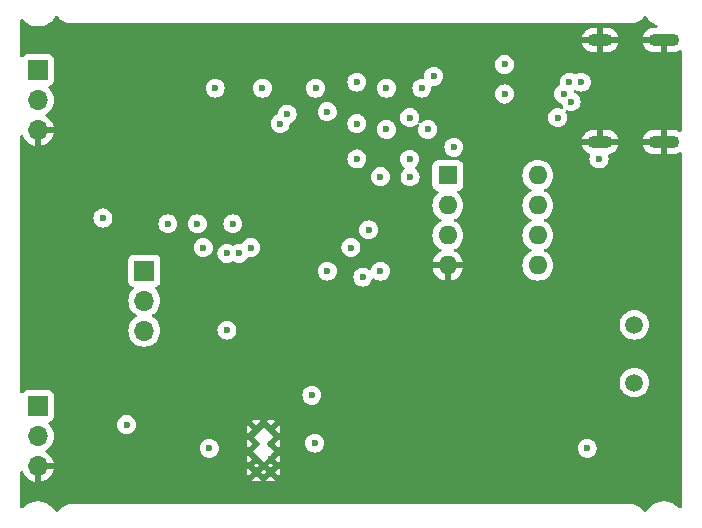
<source format=gbr>
%TF.GenerationSoftware,KiCad,Pcbnew,8.0.6*%
%TF.CreationDate,2025-06-01T13:35:18-05:00*%
%TF.ProjectId,TPS_Calibration_Board,5450535f-4361-46c6-9962-726174696f6e,rev?*%
%TF.SameCoordinates,Original*%
%TF.FileFunction,Copper,L3,Inr*%
%TF.FilePolarity,Positive*%
%FSLAX46Y46*%
G04 Gerber Fmt 4.6, Leading zero omitted, Abs format (unit mm)*
G04 Created by KiCad (PCBNEW 8.0.6) date 2025-06-01 13:35:18*
%MOMM*%
%LPD*%
G01*
G04 APERTURE LIST*
%TA.AperFunction,ComponentPad*%
%ADD10C,0.600000*%
%TD*%
%TA.AperFunction,ComponentPad*%
%ADD11O,2.100000X1.100000*%
%TD*%
%TA.AperFunction,ComponentPad*%
%ADD12O,2.600000X1.100000*%
%TD*%
%TA.AperFunction,ComponentPad*%
%ADD13R,1.700000X1.700000*%
%TD*%
%TA.AperFunction,ComponentPad*%
%ADD14O,1.700000X1.700000*%
%TD*%
%TA.AperFunction,ComponentPad*%
%ADD15R,1.600000X1.600000*%
%TD*%
%TA.AperFunction,ComponentPad*%
%ADD16O,1.600000X1.600000*%
%TD*%
%TA.AperFunction,ComponentPad*%
%ADD17C,1.500000*%
%TD*%
%TA.AperFunction,ViaPad*%
%ADD18C,0.600000*%
%TD*%
G04 APERTURE END LIST*
D10*
%TO.N,GND*%
%TO.C,U4*%
X37000000Y-53190000D03*
X37000000Y-54390000D03*
X37000000Y-55690000D03*
X37000000Y-56790000D03*
X38200000Y-53190000D03*
X38200000Y-54390000D03*
X38200000Y-55690000D03*
X38200000Y-56790000D03*
%TD*%
D11*
%TO.N,GND*%
%TO.C,P1*%
X66110000Y-28860000D03*
D12*
X71470000Y-28860000D03*
D11*
X66110000Y-20220000D03*
D12*
X71470000Y-20220000D03*
%TD*%
D13*
%TO.N,+5V*%
%TO.C,J2*%
X18500000Y-22765000D03*
D14*
%TO.N,SIG_IN*%
X18500000Y-25305000D03*
%TO.N,GND*%
X18500000Y-27845000D03*
%TD*%
D15*
%TO.N,EEPROM_CS*%
%TO.C,U1*%
X53200000Y-31670000D03*
D16*
%TO.N,EEPROM_MISO*%
X53200000Y-34210000D03*
%TO.N,Net-(U1-~{WP})*%
X53200000Y-36750000D03*
%TO.N,GND*%
X53200000Y-39290000D03*
%TO.N,EEPROM_MOSI*%
X60820000Y-39290000D03*
%TO.N,EEPROM_SCK*%
X60820000Y-36750000D03*
%TO.N,Net-(U1-~{HOLD})*%
X60820000Y-34210000D03*
%TO.N,+3.3V*%
X60820000Y-31670000D03*
%TD*%
D17*
%TO.N,Net-(U2-PF1)*%
%TO.C,Y1*%
X69000000Y-44340000D03*
%TO.N,Net-(U2-PF0)*%
X69000000Y-49220000D03*
%TD*%
D13*
%TO.N,+5V*%
%TO.C,J1*%
X18500000Y-51210000D03*
D14*
%TO.N,SIG_OUT*%
X18500000Y-53750000D03*
%TO.N,GND*%
X18500000Y-56290000D03*
%TD*%
D13*
%TO.N,/BOOT0*%
%TO.C,JP1*%
X27500000Y-39750000D03*
D14*
%TO.N,+3.3V*%
X27500000Y-42290000D03*
%TO.N,N/C*%
X27500000Y-44830000D03*
%TD*%
D18*
%TO.N,GND*%
X34500000Y-31290000D03*
X25000000Y-56790000D03*
X49000000Y-47290000D03*
X61000000Y-47290000D03*
X57500000Y-21290000D03*
X45500000Y-36790000D03*
X51000000Y-26790000D03*
X33000000Y-56790000D03*
X65000000Y-56790000D03*
X48000000Y-36290000D03*
X34500000Y-48290000D03*
X28500000Y-32040000D03*
X37500000Y-39290000D03*
X63500000Y-21790000D03*
X44500000Y-26790000D03*
X25500000Y-36790000D03*
X42000000Y-55790000D03*
X39500000Y-24290000D03*
X51000000Y-40790000D03*
X58500000Y-27790000D03*
X64000000Y-27790000D03*
%TO.N,Net-(U2-PF0)*%
X34500000Y-38290000D03*
%TO.N,NRST*%
X36500000Y-37790000D03*
X29500000Y-35790000D03*
X32000000Y-35790000D03*
%TO.N,Net-(U2-PF1)*%
X35500000Y-38290000D03*
%TO.N,Net-(U2-VDDA)*%
X46000000Y-40290000D03*
X46500000Y-36290000D03*
X35000000Y-35790000D03*
X47500000Y-31790000D03*
%TO.N,+3.3V*%
X65000000Y-54790000D03*
X33500000Y-24290000D03*
X34500000Y-44790000D03*
%TO.N,+5V*%
X24000000Y-35290000D03*
X26000000Y-52790000D03*
%TO.N,Net-(U3-VCC)*%
X58000000Y-24790000D03*
X52000000Y-23290000D03*
%TO.N,Net-(U3-USBDM)*%
X53709038Y-29300713D03*
X48000000Y-24290000D03*
X51500000Y-27790000D03*
%TO.N,SIG_OUT*%
X43000000Y-39790000D03*
%TO.N,SIG_IN*%
X32500000Y-37790000D03*
%TO.N,/SWCLK*%
X37500000Y-24290000D03*
X39603179Y-26487313D03*
%TO.N,/SWDIO*%
X43000000Y-26290000D03*
X42000000Y-24290000D03*
%TO.N,Net-(P1-D-)*%
X64500000Y-23790000D03*
X45500000Y-23790000D03*
%TO.N,Net-(P1-D+)*%
X45500000Y-27290000D03*
X63000000Y-24790000D03*
%TO.N,Net-(P1-VCONN)*%
X63500000Y-23790000D03*
X62500000Y-26790000D03*
%TO.N,Net-(P1-CC)*%
X66000000Y-30290000D03*
X63635709Y-25440000D03*
%TO.N,Net-(Q1-S)*%
X33000000Y-54790000D03*
X41935000Y-54355000D03*
%TO.N,Net-(U3-USBDP)*%
X48000000Y-27790000D03*
%TO.N,USB_SENSE*%
X58000000Y-22290000D03*
%TO.N,Net-(R11-Pad1)*%
X41693487Y-50304784D03*
%TO.N,EEPROM_CS*%
X50000000Y-31790000D03*
X39000000Y-27290000D03*
%TO.N,EEPROM_MOSI*%
X47500000Y-39790000D03*
X45000000Y-37790000D03*
%TO.N,UART_TX*%
X49977473Y-26791214D03*
X49978462Y-30322438D03*
%TO.N,UART_RX*%
X45500000Y-30290000D03*
X51000000Y-24290000D03*
%TD*%
%TA.AperFunction,Conductor*%
%TO.N,GND*%
G36*
X20167680Y-18185783D02*
G01*
X20191347Y-18210368D01*
X20199257Y-18221255D01*
X20296172Y-18354646D01*
X20435354Y-18493828D01*
X20594595Y-18609524D01*
X20677455Y-18651743D01*
X20769970Y-18698882D01*
X20769972Y-18698882D01*
X20769975Y-18698884D01*
X20870317Y-18731487D01*
X20957173Y-18759709D01*
X21151578Y-18790500D01*
X21151583Y-18790500D01*
X68848422Y-18790500D01*
X69042826Y-18759709D01*
X69230025Y-18698884D01*
X69405405Y-18609524D01*
X69564646Y-18493828D01*
X69703828Y-18354646D01*
X69808653Y-18210366D01*
X69863982Y-18167703D01*
X69933596Y-18161724D01*
X69995390Y-18194330D01*
X70016356Y-18221253D01*
X70049614Y-18278857D01*
X70181736Y-18444533D01*
X70213198Y-18483985D01*
X70394753Y-18652441D01*
X70405521Y-18662433D01*
X70622296Y-18810228D01*
X70622301Y-18810230D01*
X70622302Y-18810231D01*
X70622303Y-18810232D01*
X70823335Y-18907043D01*
X70858677Y-18924063D01*
X70869853Y-18927510D01*
X70928109Y-18966080D01*
X70956267Y-19030025D01*
X70945383Y-19099042D01*
X70898913Y-19151218D01*
X70833300Y-19170000D01*
X70616579Y-19170000D01*
X70413733Y-19210348D01*
X70413725Y-19210350D01*
X70222641Y-19289500D01*
X70222631Y-19289505D01*
X70050664Y-19404410D01*
X70050660Y-19404413D01*
X69904413Y-19550660D01*
X69904410Y-19550664D01*
X69789505Y-19722631D01*
X69789500Y-19722641D01*
X69710351Y-19913723D01*
X69710350Y-19913725D01*
X69699157Y-19970000D01*
X70553012Y-19970000D01*
X70535795Y-19979940D01*
X70479940Y-20035795D01*
X70440444Y-20104204D01*
X70420000Y-20180504D01*
X70420000Y-20259496D01*
X70440444Y-20335796D01*
X70479940Y-20404205D01*
X70535795Y-20460060D01*
X70553012Y-20470000D01*
X69699157Y-20470000D01*
X69710350Y-20526274D01*
X69710351Y-20526276D01*
X69789500Y-20717358D01*
X69789505Y-20717368D01*
X69904410Y-20889335D01*
X69904413Y-20889339D01*
X70050660Y-21035586D01*
X70050664Y-21035589D01*
X70222631Y-21150494D01*
X70222641Y-21150499D01*
X70413725Y-21229649D01*
X70413733Y-21229651D01*
X70616579Y-21269999D01*
X70616583Y-21270000D01*
X71220000Y-21270000D01*
X71220000Y-20520000D01*
X71720000Y-20520000D01*
X71720000Y-21270000D01*
X72323417Y-21270000D01*
X72323420Y-21269999D01*
X72526266Y-21229651D01*
X72526274Y-21229649D01*
X72717358Y-21150499D01*
X72717367Y-21150494D01*
X72806609Y-21090865D01*
X72873286Y-21069987D01*
X72940666Y-21088471D01*
X72987357Y-21140450D01*
X72999500Y-21193967D01*
X72999500Y-27886032D01*
X72979815Y-27953071D01*
X72927011Y-27998826D01*
X72857853Y-28008770D01*
X72806609Y-27989134D01*
X72717368Y-27929505D01*
X72717358Y-27929500D01*
X72526274Y-27850350D01*
X72526266Y-27850348D01*
X72323420Y-27810000D01*
X71720000Y-27810000D01*
X71720000Y-28560000D01*
X71220000Y-28560000D01*
X71220000Y-27810000D01*
X70616579Y-27810000D01*
X70413733Y-27850348D01*
X70413725Y-27850350D01*
X70222641Y-27929500D01*
X70222631Y-27929505D01*
X70050664Y-28044410D01*
X70050660Y-28044413D01*
X69904413Y-28190660D01*
X69904410Y-28190664D01*
X69789505Y-28362631D01*
X69789500Y-28362641D01*
X69710351Y-28553723D01*
X69710350Y-28553725D01*
X69699157Y-28610000D01*
X70553012Y-28610000D01*
X70535795Y-28619940D01*
X70479940Y-28675795D01*
X70440444Y-28744204D01*
X70420000Y-28820504D01*
X70420000Y-28899496D01*
X70440444Y-28975796D01*
X70479940Y-29044205D01*
X70535795Y-29100060D01*
X70553012Y-29110000D01*
X69699157Y-29110000D01*
X69710350Y-29166274D01*
X69710351Y-29166276D01*
X69789500Y-29357358D01*
X69789505Y-29357368D01*
X69904410Y-29529335D01*
X69904413Y-29529339D01*
X70050660Y-29675586D01*
X70050664Y-29675589D01*
X70222631Y-29790494D01*
X70222641Y-29790499D01*
X70413725Y-29869649D01*
X70413733Y-29869651D01*
X70616579Y-29909999D01*
X70616583Y-29910000D01*
X71220000Y-29910000D01*
X71220000Y-29160000D01*
X71720000Y-29160000D01*
X71720000Y-29910000D01*
X72323417Y-29910000D01*
X72323420Y-29909999D01*
X72526266Y-29869651D01*
X72526274Y-29869649D01*
X72717358Y-29790499D01*
X72717367Y-29790494D01*
X72806609Y-29730865D01*
X72873286Y-29709987D01*
X72940666Y-29728471D01*
X72987357Y-29780450D01*
X72999500Y-29833967D01*
X72999500Y-59759302D01*
X72979815Y-59826341D01*
X72927011Y-59872096D01*
X72857853Y-59882040D01*
X72794297Y-59853015D01*
X72790262Y-59849115D01*
X72790207Y-59849175D01*
X72594479Y-59667567D01*
X72541015Y-59631116D01*
X72377704Y-59519772D01*
X72377700Y-59519770D01*
X72377697Y-59519768D01*
X72377696Y-59519767D01*
X72141325Y-59405938D01*
X72141327Y-59405938D01*
X71890623Y-59328606D01*
X71890619Y-59328605D01*
X71890615Y-59328604D01*
X71765823Y-59309794D01*
X71631187Y-59289500D01*
X71631182Y-59289500D01*
X71368818Y-59289500D01*
X71368812Y-59289500D01*
X71207247Y-59313853D01*
X71109385Y-59328604D01*
X71109382Y-59328605D01*
X71109376Y-59328606D01*
X70858673Y-59405938D01*
X70622303Y-59519767D01*
X70622302Y-59519768D01*
X70405520Y-59667567D01*
X70213198Y-59846014D01*
X70049616Y-60051140D01*
X70049614Y-60051143D01*
X70016357Y-60108746D01*
X69965789Y-60156961D01*
X69897182Y-60170183D01*
X69832317Y-60144215D01*
X69808652Y-60119631D01*
X69703832Y-59975360D01*
X69703828Y-59975354D01*
X69564646Y-59836172D01*
X69405405Y-59720476D01*
X69230029Y-59631117D01*
X69042826Y-59570290D01*
X68848422Y-59539500D01*
X68848417Y-59539500D01*
X68815892Y-59539500D01*
X21315892Y-59539500D01*
X21250000Y-59539500D01*
X21151583Y-59539500D01*
X21151578Y-59539500D01*
X20957173Y-59570290D01*
X20769970Y-59631117D01*
X20594594Y-59720476D01*
X20522624Y-59772766D01*
X20435354Y-59836172D01*
X20435352Y-59836174D01*
X20435351Y-59836174D01*
X20296174Y-59975351D01*
X20296167Y-59975360D01*
X20191346Y-60119631D01*
X20136016Y-60162297D01*
X20066403Y-60168275D01*
X20004608Y-60135668D01*
X19983643Y-60108746D01*
X19950386Y-60051143D01*
X19786805Y-59846019D01*
X19786804Y-59846018D01*
X19786801Y-59846014D01*
X19594479Y-59667567D01*
X19541015Y-59631116D01*
X19377704Y-59519772D01*
X19377700Y-59519770D01*
X19377697Y-59519768D01*
X19377696Y-59519767D01*
X19141325Y-59405938D01*
X19141327Y-59405938D01*
X18890623Y-59328606D01*
X18890619Y-59328605D01*
X18890615Y-59328604D01*
X18765823Y-59309794D01*
X18631187Y-59289500D01*
X18631182Y-59289500D01*
X18368818Y-59289500D01*
X18368812Y-59289500D01*
X18207247Y-59313853D01*
X18109385Y-59328604D01*
X18109382Y-59328605D01*
X18109376Y-59328606D01*
X17858673Y-59405938D01*
X17622303Y-59519767D01*
X17622302Y-59519768D01*
X17405520Y-59667567D01*
X17209793Y-59849175D01*
X17208482Y-59847762D01*
X17155370Y-59879398D01*
X17085540Y-59877023D01*
X17028080Y-59837272D01*
X17001233Y-59772766D01*
X17000500Y-59759302D01*
X17000500Y-56828011D01*
X17020185Y-56760972D01*
X17072989Y-56715217D01*
X17142147Y-56705273D01*
X17205703Y-56734298D01*
X17236882Y-56775606D01*
X17326399Y-56967578D01*
X17461894Y-57161082D01*
X17628917Y-57328105D01*
X17822421Y-57463600D01*
X18036507Y-57563429D01*
X18036516Y-57563433D01*
X18250000Y-57620634D01*
X18250000Y-56723012D01*
X18307007Y-56755925D01*
X18434174Y-56790000D01*
X18565826Y-56790000D01*
X18692993Y-56755925D01*
X18750000Y-56723012D01*
X18750000Y-57620633D01*
X18963483Y-57563433D01*
X18963492Y-57563429D01*
X19085235Y-57506660D01*
X36636892Y-57506660D01*
X36636892Y-57506661D01*
X36650692Y-57515333D01*
X36650691Y-57515333D01*
X36820861Y-57574878D01*
X36999997Y-57595062D01*
X37000003Y-57595062D01*
X37179138Y-57574878D01*
X37179141Y-57574877D01*
X37349305Y-57515334D01*
X37349306Y-57515334D01*
X37363106Y-57506661D01*
X37363106Y-57506660D01*
X37836892Y-57506660D01*
X37836892Y-57506661D01*
X37850692Y-57515333D01*
X37850691Y-57515333D01*
X38020861Y-57574878D01*
X38199997Y-57595062D01*
X38200003Y-57595062D01*
X38379138Y-57574878D01*
X38379141Y-57574877D01*
X38549305Y-57515334D01*
X38549306Y-57515334D01*
X38563106Y-57506661D01*
X38563106Y-57506660D01*
X38200001Y-57143553D01*
X38200000Y-57143553D01*
X37836892Y-57506660D01*
X37363106Y-57506660D01*
X37000001Y-57143553D01*
X37000000Y-57143553D01*
X36636892Y-57506660D01*
X19085235Y-57506660D01*
X19177578Y-57463600D01*
X19371082Y-57328105D01*
X19538105Y-57161082D01*
X19673600Y-56967578D01*
X19756407Y-56789997D01*
X36194938Y-56789997D01*
X36194938Y-56790002D01*
X36215121Y-56969138D01*
X36274665Y-57139304D01*
X36283338Y-57153107D01*
X36646446Y-56790000D01*
X36646446Y-56789999D01*
X36616610Y-56760163D01*
X36850000Y-56760163D01*
X36850000Y-56819837D01*
X36872836Y-56874968D01*
X36915032Y-56917164D01*
X36970163Y-56940000D01*
X37029837Y-56940000D01*
X37084968Y-56917164D01*
X37127164Y-56874968D01*
X37150000Y-56819837D01*
X37150000Y-56789999D01*
X37353553Y-56789999D01*
X37600000Y-57036446D01*
X37846446Y-56790001D01*
X37846446Y-56790000D01*
X37816609Y-56760163D01*
X38050000Y-56760163D01*
X38050000Y-56819837D01*
X38072836Y-56874968D01*
X38115032Y-56917164D01*
X38170163Y-56940000D01*
X38229837Y-56940000D01*
X38284968Y-56917164D01*
X38327164Y-56874968D01*
X38350000Y-56819837D01*
X38350000Y-56790000D01*
X38553553Y-56790000D01*
X38916660Y-57153106D01*
X38916661Y-57153106D01*
X38925334Y-57139306D01*
X38925334Y-57139305D01*
X38984877Y-56969141D01*
X38984878Y-56969138D01*
X39005062Y-56790002D01*
X39005062Y-56789997D01*
X38984878Y-56610861D01*
X38925333Y-56440692D01*
X38916661Y-56426892D01*
X38916660Y-56426892D01*
X38553553Y-56790000D01*
X38350000Y-56790000D01*
X38350000Y-56760163D01*
X38327164Y-56705032D01*
X38284968Y-56662836D01*
X38229837Y-56640000D01*
X38170163Y-56640000D01*
X38115032Y-56662836D01*
X38072836Y-56705032D01*
X38050000Y-56760163D01*
X37816609Y-56760163D01*
X37600000Y-56543553D01*
X37353553Y-56789999D01*
X37150000Y-56789999D01*
X37150000Y-56760163D01*
X37127164Y-56705032D01*
X37084968Y-56662836D01*
X37029837Y-56640000D01*
X36970163Y-56640000D01*
X36915032Y-56662836D01*
X36872836Y-56705032D01*
X36850000Y-56760163D01*
X36616610Y-56760163D01*
X36283338Y-56426891D01*
X36283337Y-56426891D01*
X36274667Y-56440691D01*
X36274662Y-56440701D01*
X36215122Y-56610858D01*
X36215121Y-56610861D01*
X36194938Y-56789997D01*
X19756407Y-56789997D01*
X19773429Y-56753492D01*
X19773432Y-56753486D01*
X19830636Y-56540000D01*
X18933012Y-56540000D01*
X18965925Y-56482993D01*
X19000000Y-56355826D01*
X19000000Y-56239999D01*
X36803553Y-56239999D01*
X37000000Y-56436446D01*
X37196446Y-56240001D01*
X37196446Y-56240000D01*
X37196445Y-56239999D01*
X38003553Y-56239999D01*
X38200000Y-56436446D01*
X38396446Y-56240001D01*
X38396446Y-56240000D01*
X38200000Y-56043553D01*
X38003553Y-56239999D01*
X37196445Y-56239999D01*
X37000000Y-56043553D01*
X36803553Y-56239999D01*
X19000000Y-56239999D01*
X19000000Y-56224174D01*
X18965925Y-56097007D01*
X18933012Y-56040000D01*
X19830636Y-56040000D01*
X19830635Y-56039999D01*
X19773432Y-55826513D01*
X19773429Y-55826507D01*
X19709774Y-55689997D01*
X36194938Y-55689997D01*
X36194938Y-55690002D01*
X36215121Y-55869138D01*
X36274665Y-56039304D01*
X36283338Y-56053107D01*
X36646446Y-55690000D01*
X36646446Y-55689999D01*
X36616610Y-55660163D01*
X36850000Y-55660163D01*
X36850000Y-55719837D01*
X36872836Y-55774968D01*
X36915032Y-55817164D01*
X36970163Y-55840000D01*
X37029837Y-55840000D01*
X37084968Y-55817164D01*
X37127164Y-55774968D01*
X37150000Y-55719837D01*
X37150000Y-55660163D01*
X37127164Y-55605032D01*
X37084968Y-55562836D01*
X37029837Y-55540000D01*
X36970163Y-55540000D01*
X36915032Y-55562836D01*
X36872836Y-55605032D01*
X36850000Y-55660163D01*
X36616610Y-55660163D01*
X36283338Y-55326891D01*
X36283337Y-55326891D01*
X36274667Y-55340691D01*
X36274662Y-55340701D01*
X36215122Y-55510858D01*
X36215121Y-55510861D01*
X36194938Y-55689997D01*
X19709774Y-55689997D01*
X19673600Y-55612422D01*
X19673599Y-55612420D01*
X19538113Y-55418926D01*
X19538108Y-55418920D01*
X19371078Y-55251890D01*
X19185405Y-55121879D01*
X19141780Y-55067302D01*
X19134588Y-54997804D01*
X19166110Y-54935449D01*
X19185406Y-54918730D01*
X19369257Y-54789996D01*
X32194435Y-54789996D01*
X32194435Y-54790003D01*
X32214630Y-54969249D01*
X32214631Y-54969254D01*
X32274211Y-55139523D01*
X32344817Y-55251891D01*
X32370184Y-55292262D01*
X32497738Y-55419816D01*
X32650478Y-55515789D01*
X32784931Y-55562836D01*
X32820745Y-55575368D01*
X32820750Y-55575369D01*
X32999996Y-55595565D01*
X33000000Y-55595565D01*
X33000004Y-55595565D01*
X33179249Y-55575369D01*
X33179252Y-55575368D01*
X33179255Y-55575368D01*
X33349522Y-55515789D01*
X33502262Y-55419816D01*
X33629816Y-55292262D01*
X33725789Y-55139522D01*
X33760613Y-55040000D01*
X36703553Y-55040000D01*
X37000000Y-55336447D01*
X37600000Y-55936446D01*
X37876283Y-55660163D01*
X38050000Y-55660163D01*
X38050000Y-55719837D01*
X38072836Y-55774968D01*
X38115032Y-55817164D01*
X38170163Y-55840000D01*
X38229837Y-55840000D01*
X38284968Y-55817164D01*
X38327164Y-55774968D01*
X38350000Y-55719837D01*
X38350000Y-55690000D01*
X38553553Y-55690000D01*
X38916660Y-56053106D01*
X38916661Y-56053106D01*
X38925334Y-56039306D01*
X38925334Y-56039305D01*
X38984877Y-55869141D01*
X38984878Y-55869138D01*
X39005062Y-55690002D01*
X39005062Y-55689997D01*
X38984878Y-55510861D01*
X38925333Y-55340692D01*
X38916661Y-55326892D01*
X38916660Y-55326892D01*
X38553553Y-55690000D01*
X38350000Y-55690000D01*
X38350000Y-55660163D01*
X38327164Y-55605032D01*
X38284968Y-55562836D01*
X38229837Y-55540000D01*
X38170163Y-55540000D01*
X38115032Y-55562836D01*
X38072836Y-55605032D01*
X38050000Y-55660163D01*
X37876283Y-55660163D01*
X38200000Y-55336447D01*
X38496446Y-55040000D01*
X37934127Y-54477681D01*
X37900642Y-54416358D01*
X37904661Y-54360163D01*
X38050000Y-54360163D01*
X38050000Y-54419837D01*
X38072836Y-54474968D01*
X38115032Y-54517164D01*
X38170163Y-54540000D01*
X38229837Y-54540000D01*
X38284968Y-54517164D01*
X38327164Y-54474968D01*
X38350000Y-54419837D01*
X38350000Y-54390000D01*
X38553553Y-54390000D01*
X38916660Y-54753106D01*
X38916661Y-54753106D01*
X38925334Y-54739306D01*
X38925334Y-54739305D01*
X38984877Y-54569141D01*
X38984878Y-54569138D01*
X39005062Y-54390002D01*
X39005062Y-54389997D01*
X39001118Y-54354996D01*
X41129435Y-54354996D01*
X41129435Y-54355003D01*
X41149630Y-54534249D01*
X41149631Y-54534254D01*
X41209211Y-54704523D01*
X41262918Y-54789996D01*
X41305184Y-54857262D01*
X41432738Y-54984816D01*
X41494945Y-55023903D01*
X41564013Y-55067302D01*
X41585478Y-55080789D01*
X41753327Y-55139522D01*
X41755745Y-55140368D01*
X41755750Y-55140369D01*
X41934996Y-55160565D01*
X41935000Y-55160565D01*
X41935004Y-55160565D01*
X42114249Y-55140369D01*
X42114252Y-55140368D01*
X42114255Y-55140368D01*
X42284522Y-55080789D01*
X42437262Y-54984816D01*
X42564816Y-54857262D01*
X42607082Y-54789996D01*
X64194435Y-54789996D01*
X64194435Y-54790003D01*
X64214630Y-54969249D01*
X64214631Y-54969254D01*
X64274211Y-55139523D01*
X64344817Y-55251891D01*
X64370184Y-55292262D01*
X64497738Y-55419816D01*
X64650478Y-55515789D01*
X64784931Y-55562836D01*
X64820745Y-55575368D01*
X64820750Y-55575369D01*
X64999996Y-55595565D01*
X65000000Y-55595565D01*
X65000004Y-55595565D01*
X65179249Y-55575369D01*
X65179252Y-55575368D01*
X65179255Y-55575368D01*
X65349522Y-55515789D01*
X65502262Y-55419816D01*
X65629816Y-55292262D01*
X65725789Y-55139522D01*
X65785368Y-54969255D01*
X65791061Y-54918730D01*
X65805565Y-54790003D01*
X65805565Y-54789996D01*
X65785369Y-54610750D01*
X65785368Y-54610745D01*
X65758601Y-54534249D01*
X65725789Y-54440478D01*
X65712819Y-54419837D01*
X65672081Y-54355003D01*
X65629816Y-54287738D01*
X65502262Y-54160184D01*
X65349523Y-54064211D01*
X65179254Y-54004631D01*
X65179249Y-54004630D01*
X65000004Y-53984435D01*
X64999996Y-53984435D01*
X64820750Y-54004630D01*
X64820745Y-54004631D01*
X64650476Y-54064211D01*
X64497737Y-54160184D01*
X64370184Y-54287737D01*
X64274211Y-54440476D01*
X64214631Y-54610745D01*
X64214630Y-54610750D01*
X64194435Y-54789996D01*
X42607082Y-54789996D01*
X42660789Y-54704522D01*
X42720368Y-54534255D01*
X42722294Y-54517164D01*
X42740565Y-54355003D01*
X42740565Y-54354996D01*
X42720369Y-54175750D01*
X42720368Y-54175745D01*
X42714923Y-54160184D01*
X42660789Y-54005478D01*
X42660257Y-54004632D01*
X42564815Y-53852737D01*
X42437262Y-53725184D01*
X42284523Y-53629211D01*
X42114254Y-53569631D01*
X42114249Y-53569630D01*
X41935004Y-53549435D01*
X41934996Y-53549435D01*
X41755750Y-53569630D01*
X41755745Y-53569631D01*
X41585476Y-53629211D01*
X41432737Y-53725184D01*
X41305184Y-53852737D01*
X41209211Y-54005476D01*
X41149631Y-54175745D01*
X41149630Y-54175750D01*
X41129435Y-54354996D01*
X39001118Y-54354996D01*
X38984878Y-54210861D01*
X38925333Y-54040692D01*
X38916661Y-54026892D01*
X38916660Y-54026892D01*
X38553553Y-54390000D01*
X38350000Y-54390000D01*
X38350000Y-54360163D01*
X38327164Y-54305032D01*
X38284968Y-54262836D01*
X38229837Y-54240000D01*
X38170163Y-54240000D01*
X38115032Y-54262836D01*
X38072836Y-54305032D01*
X38050000Y-54360163D01*
X37904661Y-54360163D01*
X37905626Y-54346666D01*
X37934127Y-54302319D01*
X38200000Y-54036447D01*
X38446446Y-53790000D01*
X38446446Y-53789999D01*
X37816610Y-53160163D01*
X38050000Y-53160163D01*
X38050000Y-53219837D01*
X38072836Y-53274968D01*
X38115032Y-53317164D01*
X38170163Y-53340000D01*
X38229837Y-53340000D01*
X38284968Y-53317164D01*
X38327164Y-53274968D01*
X38350000Y-53219837D01*
X38350000Y-53190000D01*
X38553553Y-53190000D01*
X38916660Y-53553106D01*
X38916661Y-53553106D01*
X38925334Y-53539306D01*
X38925334Y-53539305D01*
X38984877Y-53369141D01*
X38984878Y-53369138D01*
X39005062Y-53190002D01*
X39005062Y-53189997D01*
X38984878Y-53010861D01*
X38925333Y-52840692D01*
X38916661Y-52826892D01*
X38916660Y-52826892D01*
X38553553Y-53190000D01*
X38350000Y-53190000D01*
X38350000Y-53160163D01*
X38327164Y-53105032D01*
X38284968Y-53062836D01*
X38229837Y-53040000D01*
X38170163Y-53040000D01*
X38115032Y-53062836D01*
X38072836Y-53105032D01*
X38050000Y-53160163D01*
X37816610Y-53160163D01*
X37600000Y-52943553D01*
X36753553Y-53790000D01*
X37265872Y-54302319D01*
X37299357Y-54363642D01*
X37294373Y-54433334D01*
X37265872Y-54477681D01*
X36703553Y-55040000D01*
X33760613Y-55040000D01*
X33785368Y-54969255D01*
X33791061Y-54918730D01*
X33805565Y-54790003D01*
X33805565Y-54789996D01*
X33785369Y-54610750D01*
X33785368Y-54610745D01*
X33758601Y-54534249D01*
X33725789Y-54440478D01*
X33712819Y-54419837D01*
X33694069Y-54389997D01*
X36194938Y-54389997D01*
X36194938Y-54390002D01*
X36215121Y-54569138D01*
X36274665Y-54739304D01*
X36283338Y-54753107D01*
X36646446Y-54390000D01*
X36646446Y-54389999D01*
X36616610Y-54360163D01*
X36850000Y-54360163D01*
X36850000Y-54419837D01*
X36872836Y-54474968D01*
X36915032Y-54517164D01*
X36970163Y-54540000D01*
X37029837Y-54540000D01*
X37084968Y-54517164D01*
X37127164Y-54474968D01*
X37150000Y-54419837D01*
X37150000Y-54360163D01*
X37127164Y-54305032D01*
X37084968Y-54262836D01*
X37029837Y-54240000D01*
X36970163Y-54240000D01*
X36915032Y-54262836D01*
X36872836Y-54305032D01*
X36850000Y-54360163D01*
X36616610Y-54360163D01*
X36283338Y-54026891D01*
X36283337Y-54026891D01*
X36274667Y-54040691D01*
X36274662Y-54040701D01*
X36215122Y-54210858D01*
X36215121Y-54210861D01*
X36194938Y-54389997D01*
X33694069Y-54389997D01*
X33672081Y-54355003D01*
X33629816Y-54287738D01*
X33502262Y-54160184D01*
X33349523Y-54064211D01*
X33179254Y-54004631D01*
X33179249Y-54004630D01*
X33000004Y-53984435D01*
X32999996Y-53984435D01*
X32820750Y-54004630D01*
X32820745Y-54004631D01*
X32650476Y-54064211D01*
X32497737Y-54160184D01*
X32370184Y-54287737D01*
X32274211Y-54440476D01*
X32214631Y-54610745D01*
X32214630Y-54610750D01*
X32194435Y-54789996D01*
X19369257Y-54789996D01*
X19371401Y-54788495D01*
X19538495Y-54621401D01*
X19674035Y-54427830D01*
X19773903Y-54213663D01*
X19835063Y-53985408D01*
X19855659Y-53750000D01*
X19835063Y-53514592D01*
X19782163Y-53317164D01*
X19773905Y-53286344D01*
X19773904Y-53286343D01*
X19773903Y-53286337D01*
X19674035Y-53072171D01*
X19631105Y-53010861D01*
X19538496Y-52878600D01*
X19486787Y-52826891D01*
X19449892Y-52789996D01*
X25194435Y-52789996D01*
X25194435Y-52790003D01*
X25214630Y-52969249D01*
X25214631Y-52969254D01*
X25274211Y-53139523D01*
X25319000Y-53210803D01*
X25370184Y-53292262D01*
X25497738Y-53419816D01*
X25650478Y-53515789D01*
X25820745Y-53575368D01*
X25820750Y-53575369D01*
X25999996Y-53595565D01*
X26000000Y-53595565D01*
X26000004Y-53595565D01*
X26179249Y-53575369D01*
X26179252Y-53575368D01*
X26179255Y-53575368D01*
X26349522Y-53515789D01*
X26502262Y-53419816D01*
X26629816Y-53292262D01*
X26694073Y-53189997D01*
X36194938Y-53189997D01*
X36194938Y-53190002D01*
X36215121Y-53369138D01*
X36274665Y-53539304D01*
X36283338Y-53553107D01*
X36646446Y-53190000D01*
X36646446Y-53189999D01*
X36616610Y-53160163D01*
X36850000Y-53160163D01*
X36850000Y-53219837D01*
X36872836Y-53274968D01*
X36915032Y-53317164D01*
X36970163Y-53340000D01*
X37029837Y-53340000D01*
X37084968Y-53317164D01*
X37127164Y-53274968D01*
X37150000Y-53219837D01*
X37150000Y-53160163D01*
X37127164Y-53105032D01*
X37084968Y-53062836D01*
X37029837Y-53040000D01*
X36970163Y-53040000D01*
X36915032Y-53062836D01*
X36872836Y-53105032D01*
X36850000Y-53160163D01*
X36616610Y-53160163D01*
X36283338Y-52826891D01*
X36283337Y-52826891D01*
X36274667Y-52840691D01*
X36274662Y-52840701D01*
X36215122Y-53010858D01*
X36215121Y-53010861D01*
X36194938Y-53189997D01*
X26694073Y-53189997D01*
X26725789Y-53139522D01*
X26785368Y-52969255D01*
X26788264Y-52943553D01*
X26805565Y-52790003D01*
X26805565Y-52789996D01*
X26785369Y-52610750D01*
X26785368Y-52610745D01*
X26771014Y-52569725D01*
X26737287Y-52473337D01*
X36636891Y-52473337D01*
X36636891Y-52473338D01*
X37000000Y-52836446D01*
X37000001Y-52836446D01*
X37363107Y-52473338D01*
X37363105Y-52473337D01*
X37836891Y-52473337D01*
X37836891Y-52473338D01*
X38200000Y-52836446D01*
X38200001Y-52836446D01*
X38563107Y-52473338D01*
X38549304Y-52464665D01*
X38379138Y-52405121D01*
X38200003Y-52384938D01*
X38199997Y-52384938D01*
X38020861Y-52405121D01*
X38020858Y-52405122D01*
X37850701Y-52464662D01*
X37850691Y-52464667D01*
X37836891Y-52473337D01*
X37363105Y-52473337D01*
X37349304Y-52464665D01*
X37179138Y-52405121D01*
X37000003Y-52384938D01*
X36999997Y-52384938D01*
X36820861Y-52405121D01*
X36820858Y-52405122D01*
X36650701Y-52464662D01*
X36650691Y-52464667D01*
X36636891Y-52473337D01*
X26737287Y-52473337D01*
X26725789Y-52440478D01*
X26711380Y-52417547D01*
X26686582Y-52378080D01*
X26629816Y-52287738D01*
X26502262Y-52160184D01*
X26419010Y-52107873D01*
X26349523Y-52064211D01*
X26179254Y-52004631D01*
X26179249Y-52004630D01*
X26000004Y-51984435D01*
X25999996Y-51984435D01*
X25820750Y-52004630D01*
X25820745Y-52004631D01*
X25650476Y-52064211D01*
X25497737Y-52160184D01*
X25370184Y-52287737D01*
X25274211Y-52440476D01*
X25214631Y-52610745D01*
X25214630Y-52610750D01*
X25194435Y-52789996D01*
X19449892Y-52789996D01*
X19416567Y-52756671D01*
X19383084Y-52695351D01*
X19388068Y-52625659D01*
X19429939Y-52569725D01*
X19460915Y-52552810D01*
X19592331Y-52503796D01*
X19707546Y-52417546D01*
X19793796Y-52302331D01*
X19844091Y-52167483D01*
X19850500Y-52107873D01*
X19850499Y-50312128D01*
X19849709Y-50304780D01*
X40887922Y-50304780D01*
X40887922Y-50304787D01*
X40908117Y-50484033D01*
X40908118Y-50484038D01*
X40967698Y-50654307D01*
X41063671Y-50807046D01*
X41191225Y-50934600D01*
X41343965Y-51030573D01*
X41514232Y-51090152D01*
X41514237Y-51090153D01*
X41693483Y-51110349D01*
X41693487Y-51110349D01*
X41693491Y-51110349D01*
X41872736Y-51090153D01*
X41872739Y-51090152D01*
X41872742Y-51090152D01*
X42043009Y-51030573D01*
X42195749Y-50934600D01*
X42323303Y-50807046D01*
X42419276Y-50654306D01*
X42478855Y-50484039D01*
X42478856Y-50484033D01*
X42499052Y-50304787D01*
X42499052Y-50304780D01*
X42478856Y-50125534D01*
X42478855Y-50125529D01*
X42451115Y-50046254D01*
X42419276Y-49955262D01*
X42394735Y-49916206D01*
X42323302Y-49802521D01*
X42195749Y-49674968D01*
X42043010Y-49578995D01*
X41872741Y-49519415D01*
X41872736Y-49519414D01*
X41693491Y-49499219D01*
X41693483Y-49499219D01*
X41514237Y-49519414D01*
X41514232Y-49519415D01*
X41343963Y-49578995D01*
X41191224Y-49674968D01*
X41063671Y-49802521D01*
X40967698Y-49955260D01*
X40908118Y-50125529D01*
X40908117Y-50125534D01*
X40887922Y-50304780D01*
X19849709Y-50304780D01*
X19844091Y-50252517D01*
X19802521Y-50141063D01*
X19793797Y-50117671D01*
X19793793Y-50117664D01*
X19707547Y-50002455D01*
X19707544Y-50002452D01*
X19592335Y-49916206D01*
X19592328Y-49916202D01*
X19457482Y-49865908D01*
X19457483Y-49865908D01*
X19397883Y-49859501D01*
X19397881Y-49859500D01*
X19397873Y-49859500D01*
X19397864Y-49859500D01*
X17602129Y-49859500D01*
X17602123Y-49859501D01*
X17542516Y-49865908D01*
X17407671Y-49916202D01*
X17407664Y-49916206D01*
X17292455Y-50002452D01*
X17292452Y-50002455D01*
X17223766Y-50094208D01*
X17167832Y-50136079D01*
X17098141Y-50141063D01*
X17036818Y-50107577D01*
X17003334Y-50046254D01*
X17000500Y-50019897D01*
X17000500Y-49219997D01*
X67744723Y-49219997D01*
X67744723Y-49220002D01*
X67763793Y-49437975D01*
X67763793Y-49437979D01*
X67820422Y-49649322D01*
X67820424Y-49649326D01*
X67820425Y-49649330D01*
X67866661Y-49748484D01*
X67912897Y-49847638D01*
X67912898Y-49847639D01*
X68038402Y-50026877D01*
X68193123Y-50181598D01*
X68372361Y-50307102D01*
X68570670Y-50399575D01*
X68782023Y-50456207D01*
X68964926Y-50472208D01*
X68999998Y-50475277D01*
X69000000Y-50475277D01*
X69000002Y-50475277D01*
X69028254Y-50472805D01*
X69217977Y-50456207D01*
X69429330Y-50399575D01*
X69627639Y-50307102D01*
X69806877Y-50181598D01*
X69961598Y-50026877D01*
X70087102Y-49847639D01*
X70179575Y-49649330D01*
X70236207Y-49437977D01*
X70255277Y-49220000D01*
X70236207Y-49002023D01*
X70179575Y-48790670D01*
X70087102Y-48592362D01*
X70087100Y-48592359D01*
X70087099Y-48592357D01*
X69961599Y-48413124D01*
X69961596Y-48413121D01*
X69806877Y-48258402D01*
X69627639Y-48132898D01*
X69627640Y-48132898D01*
X69627638Y-48132897D01*
X69528484Y-48086661D01*
X69429330Y-48040425D01*
X69429326Y-48040424D01*
X69429322Y-48040422D01*
X69217977Y-47983793D01*
X69000002Y-47964723D01*
X68999998Y-47964723D01*
X68854682Y-47977436D01*
X68782023Y-47983793D01*
X68782020Y-47983793D01*
X68570677Y-48040422D01*
X68570668Y-48040426D01*
X68372361Y-48132898D01*
X68372357Y-48132900D01*
X68193121Y-48258402D01*
X68038402Y-48413121D01*
X67912900Y-48592357D01*
X67912898Y-48592361D01*
X67820426Y-48790668D01*
X67820422Y-48790677D01*
X67763793Y-49002020D01*
X67763793Y-49002024D01*
X67744723Y-49219997D01*
X17000500Y-49219997D01*
X17000500Y-42289999D01*
X26144341Y-42289999D01*
X26144341Y-42290000D01*
X26164936Y-42525403D01*
X26164938Y-42525413D01*
X26226094Y-42753655D01*
X26226096Y-42753659D01*
X26226097Y-42753663D01*
X26325965Y-42967830D01*
X26325967Y-42967834D01*
X26407814Y-43084723D01*
X26460819Y-43160422D01*
X26461501Y-43161395D01*
X26461506Y-43161402D01*
X26628597Y-43328493D01*
X26628603Y-43328498D01*
X26814158Y-43458425D01*
X26857783Y-43513002D01*
X26864977Y-43582500D01*
X26833454Y-43644855D01*
X26814158Y-43661575D01*
X26628597Y-43791505D01*
X26461505Y-43958597D01*
X26325965Y-44152169D01*
X26325964Y-44152171D01*
X26226098Y-44366335D01*
X26226094Y-44366344D01*
X26164938Y-44594586D01*
X26164936Y-44594596D01*
X26144341Y-44829999D01*
X26144341Y-44830000D01*
X26164936Y-45065403D01*
X26164938Y-45065413D01*
X26226094Y-45293655D01*
X26226096Y-45293659D01*
X26226097Y-45293663D01*
X26284923Y-45419815D01*
X26325965Y-45507830D01*
X26325967Y-45507834D01*
X26434281Y-45662521D01*
X26461505Y-45701401D01*
X26628599Y-45868495D01*
X26725384Y-45936265D01*
X26822165Y-46004032D01*
X26822167Y-46004033D01*
X26822170Y-46004035D01*
X27036337Y-46103903D01*
X27264592Y-46165063D01*
X27452918Y-46181539D01*
X27499999Y-46185659D01*
X27500000Y-46185659D01*
X27500001Y-46185659D01*
X27539234Y-46182226D01*
X27735408Y-46165063D01*
X27963663Y-46103903D01*
X28177830Y-46004035D01*
X28371401Y-45868495D01*
X28538495Y-45701401D01*
X28674035Y-45507830D01*
X28773903Y-45293663D01*
X28835063Y-45065408D01*
X28855659Y-44830000D01*
X28852159Y-44789996D01*
X33694435Y-44789996D01*
X33694435Y-44790003D01*
X33714630Y-44969249D01*
X33714631Y-44969254D01*
X33774211Y-45139523D01*
X33870184Y-45292262D01*
X33997738Y-45419816D01*
X34009334Y-45427102D01*
X34137817Y-45507834D01*
X34150478Y-45515789D01*
X34320745Y-45575368D01*
X34320750Y-45575369D01*
X34499996Y-45595565D01*
X34500000Y-45595565D01*
X34500004Y-45595565D01*
X34679249Y-45575369D01*
X34679252Y-45575368D01*
X34679255Y-45575368D01*
X34849522Y-45515789D01*
X35002262Y-45419816D01*
X35129816Y-45292262D01*
X35225789Y-45139522D01*
X35285368Y-44969255D01*
X35285550Y-44967639D01*
X35305565Y-44790003D01*
X35305565Y-44789996D01*
X35285369Y-44610750D01*
X35285368Y-44610745D01*
X35225788Y-44440476D01*
X35162654Y-44340000D01*
X35162652Y-44339997D01*
X67744723Y-44339997D01*
X67744723Y-44340002D01*
X67763793Y-44557975D01*
X67763793Y-44557979D01*
X67820422Y-44769322D01*
X67820424Y-44769326D01*
X67820425Y-44769330D01*
X67848716Y-44830000D01*
X67912897Y-44967638D01*
X67937998Y-45003486D01*
X68038402Y-45146877D01*
X68193123Y-45301598D01*
X68372361Y-45427102D01*
X68570670Y-45519575D01*
X68782023Y-45576207D01*
X68964926Y-45592208D01*
X68999998Y-45595277D01*
X69000000Y-45595277D01*
X69000002Y-45595277D01*
X69028254Y-45592805D01*
X69217977Y-45576207D01*
X69429330Y-45519575D01*
X69627639Y-45427102D01*
X69806877Y-45301598D01*
X69961598Y-45146877D01*
X70087102Y-44967639D01*
X70179575Y-44769330D01*
X70236207Y-44557977D01*
X70255277Y-44340000D01*
X70236207Y-44122023D01*
X70179575Y-43910670D01*
X70087102Y-43712362D01*
X70087100Y-43712359D01*
X70087099Y-43712357D01*
X69961599Y-43533124D01*
X69886900Y-43458425D01*
X69806877Y-43378402D01*
X69627639Y-43252898D01*
X69627640Y-43252898D01*
X69627638Y-43252897D01*
X69528484Y-43206661D01*
X69429330Y-43160425D01*
X69429326Y-43160424D01*
X69429322Y-43160422D01*
X69217977Y-43103793D01*
X69000002Y-43084723D01*
X68999998Y-43084723D01*
X68854682Y-43097436D01*
X68782023Y-43103793D01*
X68782020Y-43103793D01*
X68570677Y-43160422D01*
X68570668Y-43160426D01*
X68372361Y-43252898D01*
X68372357Y-43252900D01*
X68193121Y-43378402D01*
X68038402Y-43533121D01*
X67912900Y-43712357D01*
X67912898Y-43712361D01*
X67820426Y-43910668D01*
X67820422Y-43910677D01*
X67763793Y-44122020D01*
X67763793Y-44122023D01*
X67760454Y-44160184D01*
X67744723Y-44339997D01*
X35162652Y-44339997D01*
X35129816Y-44287738D01*
X35002262Y-44160184D01*
X34941531Y-44122024D01*
X34849523Y-44064211D01*
X34679254Y-44004631D01*
X34679249Y-44004630D01*
X34500004Y-43984435D01*
X34499996Y-43984435D01*
X34320750Y-44004630D01*
X34320745Y-44004631D01*
X34150476Y-44064211D01*
X33997737Y-44160184D01*
X33870184Y-44287737D01*
X33774211Y-44440476D01*
X33714631Y-44610745D01*
X33714630Y-44610750D01*
X33694435Y-44789996D01*
X28852159Y-44789996D01*
X28835063Y-44594592D01*
X28773903Y-44366337D01*
X28674035Y-44152171D01*
X28652926Y-44122023D01*
X28538494Y-43958597D01*
X28371402Y-43791506D01*
X28371396Y-43791501D01*
X28185842Y-43661575D01*
X28142217Y-43606998D01*
X28135023Y-43537500D01*
X28166546Y-43475145D01*
X28185842Y-43458425D01*
X28300126Y-43378402D01*
X28371401Y-43328495D01*
X28538495Y-43161401D01*
X28674035Y-42967830D01*
X28773903Y-42753663D01*
X28835063Y-42525408D01*
X28855659Y-42290000D01*
X28835063Y-42054592D01*
X28773903Y-41826337D01*
X28674035Y-41612171D01*
X28538495Y-41418599D01*
X28416567Y-41296671D01*
X28383084Y-41235351D01*
X28388068Y-41165659D01*
X28429939Y-41109725D01*
X28460915Y-41092810D01*
X28592331Y-41043796D01*
X28707546Y-40957546D01*
X28793796Y-40842331D01*
X28844091Y-40707483D01*
X28850500Y-40647873D01*
X28850500Y-39789996D01*
X42194435Y-39789996D01*
X42194435Y-39790003D01*
X42214630Y-39969249D01*
X42214631Y-39969254D01*
X42274211Y-40139523D01*
X42291756Y-40167445D01*
X42370184Y-40292262D01*
X42497738Y-40419816D01*
X42650478Y-40515789D01*
X42820745Y-40575368D01*
X42820750Y-40575369D01*
X42999996Y-40595565D01*
X43000000Y-40595565D01*
X43000004Y-40595565D01*
X43179249Y-40575369D01*
X43179252Y-40575368D01*
X43179255Y-40575368D01*
X43349522Y-40515789D01*
X43502262Y-40419816D01*
X43629816Y-40292262D01*
X43631240Y-40289996D01*
X45194435Y-40289996D01*
X45194435Y-40290003D01*
X45214630Y-40469249D01*
X45214631Y-40469254D01*
X45274211Y-40639523D01*
X45370184Y-40792262D01*
X45497738Y-40919816D01*
X45650478Y-41015789D01*
X45820745Y-41075368D01*
X45820750Y-41075369D01*
X45999996Y-41095565D01*
X46000000Y-41095565D01*
X46000004Y-41095565D01*
X46179249Y-41075369D01*
X46179252Y-41075368D01*
X46179255Y-41075368D01*
X46349522Y-41015789D01*
X46502262Y-40919816D01*
X46629816Y-40792262D01*
X46725789Y-40639522D01*
X46785368Y-40469255D01*
X46785368Y-40469254D01*
X46787668Y-40462682D01*
X46790370Y-40463627D01*
X46818176Y-40413882D01*
X46879827Y-40381005D01*
X46949466Y-40386678D01*
X46992667Y-40414745D01*
X46997738Y-40419816D01*
X47150478Y-40515789D01*
X47320745Y-40575368D01*
X47320750Y-40575369D01*
X47499996Y-40595565D01*
X47500000Y-40595565D01*
X47500004Y-40595565D01*
X47679249Y-40575369D01*
X47679252Y-40575368D01*
X47679255Y-40575368D01*
X47849522Y-40515789D01*
X48002262Y-40419816D01*
X48129816Y-40292262D01*
X48225789Y-40139522D01*
X48285368Y-39969255D01*
X48288356Y-39942734D01*
X48305565Y-39790003D01*
X48305565Y-39789996D01*
X48285369Y-39610750D01*
X48285368Y-39610745D01*
X48225788Y-39440476D01*
X48129815Y-39287737D01*
X48002262Y-39160184D01*
X47849523Y-39064211D01*
X47679254Y-39004631D01*
X47679249Y-39004630D01*
X47500004Y-38984435D01*
X47499996Y-38984435D01*
X47320750Y-39004630D01*
X47320745Y-39004631D01*
X47150476Y-39064211D01*
X46997737Y-39160184D01*
X46870184Y-39287737D01*
X46774211Y-39440476D01*
X46712332Y-39617318D01*
X46709648Y-39616378D01*
X46681738Y-39666200D01*
X46620055Y-39699018D01*
X46550422Y-39693278D01*
X46507332Y-39665254D01*
X46502262Y-39660184D01*
X46349523Y-39564211D01*
X46179254Y-39504631D01*
X46179249Y-39504630D01*
X46000004Y-39484435D01*
X45999996Y-39484435D01*
X45820750Y-39504630D01*
X45820745Y-39504631D01*
X45650476Y-39564211D01*
X45497737Y-39660184D01*
X45370184Y-39787737D01*
X45274211Y-39940476D01*
X45214631Y-40110745D01*
X45214630Y-40110750D01*
X45194435Y-40289996D01*
X43631240Y-40289996D01*
X43725789Y-40139522D01*
X43785368Y-39969255D01*
X43788356Y-39942734D01*
X43805565Y-39790003D01*
X43805565Y-39789996D01*
X43785369Y-39610750D01*
X43785368Y-39610745D01*
X43725788Y-39440476D01*
X43629815Y-39287737D01*
X43502262Y-39160184D01*
X43349523Y-39064211D01*
X43179254Y-39004631D01*
X43179249Y-39004630D01*
X43000004Y-38984435D01*
X42999996Y-38984435D01*
X42820750Y-39004630D01*
X42820745Y-39004631D01*
X42650476Y-39064211D01*
X42497737Y-39160184D01*
X42370184Y-39287737D01*
X42274211Y-39440476D01*
X42214631Y-39610745D01*
X42214630Y-39610750D01*
X42194435Y-39789996D01*
X28850500Y-39789996D01*
X28850499Y-38852128D01*
X28844091Y-38792517D01*
X28793796Y-38657669D01*
X28793795Y-38657668D01*
X28793793Y-38657664D01*
X28707547Y-38542455D01*
X28707544Y-38542452D01*
X28592335Y-38456206D01*
X28592328Y-38456202D01*
X28457482Y-38405908D01*
X28457483Y-38405908D01*
X28397883Y-38399501D01*
X28397881Y-38399500D01*
X28397873Y-38399500D01*
X28397864Y-38399500D01*
X26602129Y-38399500D01*
X26602123Y-38399501D01*
X26542516Y-38405908D01*
X26407671Y-38456202D01*
X26407664Y-38456206D01*
X26292455Y-38542452D01*
X26292452Y-38542455D01*
X26206206Y-38657664D01*
X26206202Y-38657671D01*
X26155908Y-38792517D01*
X26150427Y-38843502D01*
X26149501Y-38852123D01*
X26149500Y-38852135D01*
X26149500Y-40647870D01*
X26149501Y-40647876D01*
X26155908Y-40707483D01*
X26206202Y-40842328D01*
X26206206Y-40842335D01*
X26292452Y-40957544D01*
X26292455Y-40957547D01*
X26407664Y-41043793D01*
X26407671Y-41043797D01*
X26539081Y-41092810D01*
X26595015Y-41134681D01*
X26619432Y-41200145D01*
X26604580Y-41268418D01*
X26583430Y-41296673D01*
X26461503Y-41418600D01*
X26325965Y-41612169D01*
X26325964Y-41612171D01*
X26226098Y-41826335D01*
X26226094Y-41826344D01*
X26164938Y-42054586D01*
X26164936Y-42054596D01*
X26144341Y-42289999D01*
X17000500Y-42289999D01*
X17000500Y-37789996D01*
X31694435Y-37789996D01*
X31694435Y-37790003D01*
X31714630Y-37969249D01*
X31714631Y-37969254D01*
X31774211Y-38139523D01*
X31868733Y-38289953D01*
X31870184Y-38292262D01*
X31997738Y-38419816D01*
X32150478Y-38515789D01*
X32320745Y-38575368D01*
X32320750Y-38575369D01*
X32499996Y-38595565D01*
X32500000Y-38595565D01*
X32500004Y-38595565D01*
X32679249Y-38575369D01*
X32679252Y-38575368D01*
X32679255Y-38575368D01*
X32849522Y-38515789D01*
X33002262Y-38419816D01*
X33129816Y-38292262D01*
X33131240Y-38289996D01*
X33694435Y-38289996D01*
X33694435Y-38290003D01*
X33714630Y-38469249D01*
X33714631Y-38469254D01*
X33774211Y-38639523D01*
X33870184Y-38792262D01*
X33997738Y-38919816D01*
X34065973Y-38962691D01*
X34132721Y-39004632D01*
X34150478Y-39015789D01*
X34286280Y-39063308D01*
X34320745Y-39075368D01*
X34320750Y-39075369D01*
X34499996Y-39095565D01*
X34500000Y-39095565D01*
X34500004Y-39095565D01*
X34679249Y-39075369D01*
X34679252Y-39075368D01*
X34679255Y-39075368D01*
X34849522Y-39015789D01*
X34867279Y-39004632D01*
X34934027Y-38962691D01*
X35001264Y-38943690D01*
X35065973Y-38962691D01*
X35150475Y-39015788D01*
X35320745Y-39075368D01*
X35320750Y-39075369D01*
X35499996Y-39095565D01*
X35500000Y-39095565D01*
X35500004Y-39095565D01*
X35679249Y-39075369D01*
X35679252Y-39075368D01*
X35679255Y-39075368D01*
X35849522Y-39015789D01*
X36002262Y-38919816D01*
X36129816Y-38792262D01*
X36225789Y-38639522D01*
X36225789Y-38639519D01*
X36228259Y-38635590D01*
X36280594Y-38589299D01*
X36347136Y-38578342D01*
X36499996Y-38595565D01*
X36500000Y-38595565D01*
X36500004Y-38595565D01*
X36679249Y-38575369D01*
X36679252Y-38575368D01*
X36679255Y-38575368D01*
X36849522Y-38515789D01*
X37002262Y-38419816D01*
X37129816Y-38292262D01*
X37225789Y-38139522D01*
X37285368Y-37969255D01*
X37285369Y-37969249D01*
X37305565Y-37790003D01*
X37305565Y-37789996D01*
X44194435Y-37789996D01*
X44194435Y-37790003D01*
X44214630Y-37969249D01*
X44214631Y-37969254D01*
X44274211Y-38139523D01*
X44368733Y-38289953D01*
X44370184Y-38292262D01*
X44497738Y-38419816D01*
X44650478Y-38515789D01*
X44820745Y-38575368D01*
X44820750Y-38575369D01*
X44999996Y-38595565D01*
X45000000Y-38595565D01*
X45000004Y-38595565D01*
X45179249Y-38575369D01*
X45179252Y-38575368D01*
X45179255Y-38575368D01*
X45349522Y-38515789D01*
X45502262Y-38419816D01*
X45629816Y-38292262D01*
X45725789Y-38139522D01*
X45785368Y-37969255D01*
X45785369Y-37969249D01*
X45805565Y-37790003D01*
X45805565Y-37789996D01*
X45785369Y-37610750D01*
X45785368Y-37610745D01*
X45769084Y-37564209D01*
X45725789Y-37440478D01*
X45629816Y-37287738D01*
X45502262Y-37160184D01*
X45399422Y-37095565D01*
X45349523Y-37064211D01*
X45179254Y-37004631D01*
X45179249Y-37004630D01*
X45000004Y-36984435D01*
X44999996Y-36984435D01*
X44820750Y-37004630D01*
X44820745Y-37004631D01*
X44650476Y-37064211D01*
X44497737Y-37160184D01*
X44370184Y-37287737D01*
X44274211Y-37440476D01*
X44214631Y-37610745D01*
X44214630Y-37610750D01*
X44194435Y-37789996D01*
X37305565Y-37789996D01*
X37285369Y-37610750D01*
X37285368Y-37610745D01*
X37269084Y-37564209D01*
X37225789Y-37440478D01*
X37129816Y-37287738D01*
X37002262Y-37160184D01*
X36899422Y-37095565D01*
X36849523Y-37064211D01*
X36679254Y-37004631D01*
X36679249Y-37004630D01*
X36500004Y-36984435D01*
X36499996Y-36984435D01*
X36320750Y-37004630D01*
X36320745Y-37004631D01*
X36150476Y-37064211D01*
X35997737Y-37160184D01*
X35870182Y-37287739D01*
X35771739Y-37444410D01*
X35719405Y-37490700D01*
X35652863Y-37501657D01*
X35500004Y-37484435D01*
X35499996Y-37484435D01*
X35320750Y-37504630D01*
X35320737Y-37504633D01*
X35150479Y-37564209D01*
X35065971Y-37617309D01*
X34998734Y-37636309D01*
X34934029Y-37617309D01*
X34849520Y-37564209D01*
X34679262Y-37504633D01*
X34679249Y-37504630D01*
X34500004Y-37484435D01*
X34499996Y-37484435D01*
X34320750Y-37504630D01*
X34320745Y-37504631D01*
X34150476Y-37564211D01*
X33997737Y-37660184D01*
X33870184Y-37787737D01*
X33774211Y-37940476D01*
X33714631Y-38110745D01*
X33714630Y-38110750D01*
X33694435Y-38289996D01*
X33131240Y-38289996D01*
X33225789Y-38139522D01*
X33285368Y-37969255D01*
X33285369Y-37969249D01*
X33305565Y-37790003D01*
X33305565Y-37789996D01*
X33285369Y-37610750D01*
X33285368Y-37610745D01*
X33269084Y-37564209D01*
X33225789Y-37440478D01*
X33129816Y-37287738D01*
X33002262Y-37160184D01*
X32899422Y-37095565D01*
X32849523Y-37064211D01*
X32679254Y-37004631D01*
X32679249Y-37004630D01*
X32500004Y-36984435D01*
X32499996Y-36984435D01*
X32320750Y-37004630D01*
X32320745Y-37004631D01*
X32150476Y-37064211D01*
X31997737Y-37160184D01*
X31870184Y-37287737D01*
X31774211Y-37440476D01*
X31714631Y-37610745D01*
X31714630Y-37610750D01*
X31694435Y-37789996D01*
X17000500Y-37789996D01*
X17000500Y-35289996D01*
X23194435Y-35289996D01*
X23194435Y-35290003D01*
X23214630Y-35469249D01*
X23214631Y-35469254D01*
X23274211Y-35639523D01*
X23343599Y-35749953D01*
X23370184Y-35792262D01*
X23497738Y-35919816D01*
X23650478Y-36015789D01*
X23820745Y-36075368D01*
X23820750Y-36075369D01*
X23999996Y-36095565D01*
X24000000Y-36095565D01*
X24000004Y-36095565D01*
X24179249Y-36075369D01*
X24179252Y-36075368D01*
X24179255Y-36075368D01*
X24349522Y-36015789D01*
X24502262Y-35919816D01*
X24629816Y-35792262D01*
X24631240Y-35789996D01*
X28694435Y-35789996D01*
X28694435Y-35790003D01*
X28714630Y-35969249D01*
X28714631Y-35969254D01*
X28774211Y-36139523D01*
X28868760Y-36289996D01*
X28870184Y-36292262D01*
X28997738Y-36419816D01*
X29150478Y-36515789D01*
X29320745Y-36575368D01*
X29320750Y-36575369D01*
X29499996Y-36595565D01*
X29500000Y-36595565D01*
X29500004Y-36595565D01*
X29679249Y-36575369D01*
X29679252Y-36575368D01*
X29679255Y-36575368D01*
X29849522Y-36515789D01*
X30002262Y-36419816D01*
X30129816Y-36292262D01*
X30225789Y-36139522D01*
X30285368Y-35969255D01*
X30285369Y-35969249D01*
X30305565Y-35790003D01*
X30305565Y-35789996D01*
X31194435Y-35789996D01*
X31194435Y-35790003D01*
X31214630Y-35969249D01*
X31214631Y-35969254D01*
X31274211Y-36139523D01*
X31368760Y-36289996D01*
X31370184Y-36292262D01*
X31497738Y-36419816D01*
X31650478Y-36515789D01*
X31820745Y-36575368D01*
X31820750Y-36575369D01*
X31999996Y-36595565D01*
X32000000Y-36595565D01*
X32000004Y-36595565D01*
X32179249Y-36575369D01*
X32179252Y-36575368D01*
X32179255Y-36575368D01*
X32349522Y-36515789D01*
X32502262Y-36419816D01*
X32629816Y-36292262D01*
X32725789Y-36139522D01*
X32785368Y-35969255D01*
X32785369Y-35969249D01*
X32805565Y-35790003D01*
X32805565Y-35789996D01*
X34194435Y-35789996D01*
X34194435Y-35790003D01*
X34214630Y-35969249D01*
X34214631Y-35969254D01*
X34274211Y-36139523D01*
X34368760Y-36289996D01*
X34370184Y-36292262D01*
X34497738Y-36419816D01*
X34650478Y-36515789D01*
X34820745Y-36575368D01*
X34820750Y-36575369D01*
X34999996Y-36595565D01*
X35000000Y-36595565D01*
X35000004Y-36595565D01*
X35179249Y-36575369D01*
X35179252Y-36575368D01*
X35179255Y-36575368D01*
X35349522Y-36515789D01*
X35502262Y-36419816D01*
X35629816Y-36292262D01*
X35631240Y-36289996D01*
X45694435Y-36289996D01*
X45694435Y-36290003D01*
X45714630Y-36469249D01*
X45714631Y-36469254D01*
X45774211Y-36639523D01*
X45870184Y-36792262D01*
X45997738Y-36919816D01*
X46088080Y-36976582D01*
X46132721Y-37004632D01*
X46150478Y-37015789D01*
X46288860Y-37064211D01*
X46320745Y-37075368D01*
X46320750Y-37075369D01*
X46499996Y-37095565D01*
X46500000Y-37095565D01*
X46500004Y-37095565D01*
X46679249Y-37075369D01*
X46679252Y-37075368D01*
X46679255Y-37075368D01*
X46849522Y-37015789D01*
X47002262Y-36919816D01*
X47129816Y-36792262D01*
X47225789Y-36639522D01*
X47285368Y-36469255D01*
X47285369Y-36469249D01*
X47305565Y-36290003D01*
X47305565Y-36289996D01*
X47285369Y-36110750D01*
X47285368Y-36110745D01*
X47252141Y-36015788D01*
X47225789Y-35940478D01*
X47207179Y-35910861D01*
X47186582Y-35878080D01*
X47129816Y-35787738D01*
X47002262Y-35660184D01*
X46937401Y-35619429D01*
X46849523Y-35564211D01*
X46679254Y-35504631D01*
X46679249Y-35504630D01*
X46500004Y-35484435D01*
X46499996Y-35484435D01*
X46320750Y-35504630D01*
X46320745Y-35504631D01*
X46150476Y-35564211D01*
X45997737Y-35660184D01*
X45870184Y-35787737D01*
X45774211Y-35940476D01*
X45714631Y-36110745D01*
X45714630Y-36110750D01*
X45694435Y-36289996D01*
X35631240Y-36289996D01*
X35725789Y-36139522D01*
X35785368Y-35969255D01*
X35785369Y-35969249D01*
X35805565Y-35790003D01*
X35805565Y-35789996D01*
X35785369Y-35610750D01*
X35785368Y-35610745D01*
X35725789Y-35440478D01*
X35709020Y-35413791D01*
X35680008Y-35367618D01*
X35629816Y-35287738D01*
X35502262Y-35160184D01*
X35349523Y-35064211D01*
X35179254Y-35004631D01*
X35179249Y-35004630D01*
X35000004Y-34984435D01*
X34999996Y-34984435D01*
X34820750Y-35004630D01*
X34820745Y-35004631D01*
X34650476Y-35064211D01*
X34497737Y-35160184D01*
X34370184Y-35287737D01*
X34274211Y-35440476D01*
X34214631Y-35610745D01*
X34214630Y-35610750D01*
X34194435Y-35789996D01*
X32805565Y-35789996D01*
X32785369Y-35610750D01*
X32785368Y-35610745D01*
X32725789Y-35440478D01*
X32709020Y-35413791D01*
X32680008Y-35367618D01*
X32629816Y-35287738D01*
X32502262Y-35160184D01*
X32349523Y-35064211D01*
X32179254Y-35004631D01*
X32179249Y-35004630D01*
X32000004Y-34984435D01*
X31999996Y-34984435D01*
X31820750Y-35004630D01*
X31820745Y-35004631D01*
X31650476Y-35064211D01*
X31497737Y-35160184D01*
X31370184Y-35287737D01*
X31274211Y-35440476D01*
X31214631Y-35610745D01*
X31214630Y-35610750D01*
X31194435Y-35789996D01*
X30305565Y-35789996D01*
X30285369Y-35610750D01*
X30285368Y-35610745D01*
X30225789Y-35440478D01*
X30209020Y-35413791D01*
X30180008Y-35367618D01*
X30129816Y-35287738D01*
X30002262Y-35160184D01*
X29849523Y-35064211D01*
X29679254Y-35004631D01*
X29679249Y-35004630D01*
X29500004Y-34984435D01*
X29499996Y-34984435D01*
X29320750Y-35004630D01*
X29320745Y-35004631D01*
X29150476Y-35064211D01*
X28997737Y-35160184D01*
X28870184Y-35287737D01*
X28774211Y-35440476D01*
X28714631Y-35610745D01*
X28714630Y-35610750D01*
X28694435Y-35789996D01*
X24631240Y-35789996D01*
X24725789Y-35639522D01*
X24785368Y-35469255D01*
X24785369Y-35469249D01*
X24805565Y-35290003D01*
X24805565Y-35289996D01*
X24785369Y-35110750D01*
X24785368Y-35110745D01*
X24725788Y-34940476D01*
X24629815Y-34787737D01*
X24502262Y-34660184D01*
X24349523Y-34564211D01*
X24179254Y-34504631D01*
X24179249Y-34504630D01*
X24000004Y-34484435D01*
X23999996Y-34484435D01*
X23820750Y-34504630D01*
X23820745Y-34504631D01*
X23650476Y-34564211D01*
X23497737Y-34660184D01*
X23370184Y-34787737D01*
X23274211Y-34940476D01*
X23214631Y-35110745D01*
X23214630Y-35110750D01*
X23194435Y-35289996D01*
X17000500Y-35289996D01*
X17000500Y-34209998D01*
X51894532Y-34209998D01*
X51894532Y-34210001D01*
X51914364Y-34436686D01*
X51914366Y-34436697D01*
X51973258Y-34656488D01*
X51973261Y-34656497D01*
X52069431Y-34862732D01*
X52069432Y-34862734D01*
X52199954Y-35049141D01*
X52360858Y-35210045D01*
X52360861Y-35210047D01*
X52547266Y-35340568D01*
X52605275Y-35367618D01*
X52657714Y-35413791D01*
X52676866Y-35480984D01*
X52656650Y-35547865D01*
X52605275Y-35592382D01*
X52547267Y-35619431D01*
X52547265Y-35619432D01*
X52360858Y-35749954D01*
X52199954Y-35910858D01*
X52069432Y-36097265D01*
X52069431Y-36097267D01*
X51973261Y-36303502D01*
X51973258Y-36303511D01*
X51914366Y-36523302D01*
X51914364Y-36523313D01*
X51894532Y-36749998D01*
X51894532Y-36750001D01*
X51914364Y-36976686D01*
X51914366Y-36976697D01*
X51973258Y-37196488D01*
X51973261Y-37196497D01*
X52069431Y-37402732D01*
X52069432Y-37402734D01*
X52199954Y-37589141D01*
X52360858Y-37750045D01*
X52360861Y-37750047D01*
X52547266Y-37880568D01*
X52605865Y-37907893D01*
X52658305Y-37954065D01*
X52677457Y-38021258D01*
X52657242Y-38088139D01*
X52605867Y-38132657D01*
X52547515Y-38159867D01*
X52361179Y-38290342D01*
X52200342Y-38451179D01*
X52069865Y-38637517D01*
X51973734Y-38843673D01*
X51973730Y-38843682D01*
X51921127Y-39039999D01*
X51921128Y-39040000D01*
X52884314Y-39040000D01*
X52879920Y-39044394D01*
X52827259Y-39135606D01*
X52800000Y-39237339D01*
X52800000Y-39342661D01*
X52827259Y-39444394D01*
X52879920Y-39535606D01*
X52884314Y-39540000D01*
X51921128Y-39540000D01*
X51973730Y-39736317D01*
X51973734Y-39736326D01*
X52069865Y-39942482D01*
X52200342Y-40128820D01*
X52361179Y-40289657D01*
X52547517Y-40420134D01*
X52753673Y-40516265D01*
X52753682Y-40516269D01*
X52949999Y-40568872D01*
X52950000Y-40568871D01*
X52950000Y-39605686D01*
X52954394Y-39610080D01*
X53045606Y-39662741D01*
X53147339Y-39690000D01*
X53252661Y-39690000D01*
X53354394Y-39662741D01*
X53445606Y-39610080D01*
X53450000Y-39605686D01*
X53450000Y-40568872D01*
X53646317Y-40516269D01*
X53646326Y-40516265D01*
X53852482Y-40420134D01*
X54038820Y-40289657D01*
X54199657Y-40128820D01*
X54330134Y-39942482D01*
X54426265Y-39736326D01*
X54426269Y-39736317D01*
X54478872Y-39540000D01*
X53515686Y-39540000D01*
X53520080Y-39535606D01*
X53572741Y-39444394D01*
X53600000Y-39342661D01*
X53600000Y-39237339D01*
X53572741Y-39135606D01*
X53520080Y-39044394D01*
X53515686Y-39040000D01*
X54478872Y-39040000D01*
X54478872Y-39039999D01*
X54426269Y-38843682D01*
X54426265Y-38843673D01*
X54330134Y-38637517D01*
X54199657Y-38451179D01*
X54038820Y-38290342D01*
X53852482Y-38159865D01*
X53794133Y-38132657D01*
X53741694Y-38086484D01*
X53722542Y-38019291D01*
X53742758Y-37952410D01*
X53794129Y-37907895D01*
X53852734Y-37880568D01*
X54039139Y-37750047D01*
X54200047Y-37589139D01*
X54330568Y-37402734D01*
X54426739Y-37196496D01*
X54485635Y-36976692D01*
X54505468Y-36750000D01*
X54485635Y-36523308D01*
X54426739Y-36303504D01*
X54330568Y-36097266D01*
X54200047Y-35910861D01*
X54200045Y-35910858D01*
X54039141Y-35749954D01*
X53852734Y-35619432D01*
X53852728Y-35619429D01*
X53794725Y-35592382D01*
X53742285Y-35546210D01*
X53723133Y-35479017D01*
X53743348Y-35412135D01*
X53794725Y-35367618D01*
X53852734Y-35340568D01*
X54039139Y-35210047D01*
X54200047Y-35049139D01*
X54330568Y-34862734D01*
X54426739Y-34656496D01*
X54485635Y-34436692D01*
X54505468Y-34210000D01*
X54485635Y-33983308D01*
X54426739Y-33763504D01*
X54330568Y-33557266D01*
X54200047Y-33370861D01*
X54200045Y-33370858D01*
X54039143Y-33209956D01*
X54014536Y-33192726D01*
X53970912Y-33138149D01*
X53963719Y-33068650D01*
X53995241Y-33006296D01*
X54055471Y-32970882D01*
X54072404Y-32967861D01*
X54107483Y-32964091D01*
X54242331Y-32913796D01*
X54357546Y-32827546D01*
X54443796Y-32712331D01*
X54494091Y-32577483D01*
X54500500Y-32517873D01*
X54500499Y-31669998D01*
X59514532Y-31669998D01*
X59514532Y-31670001D01*
X59534364Y-31896686D01*
X59534366Y-31896697D01*
X59593258Y-32116488D01*
X59593261Y-32116497D01*
X59689431Y-32322732D01*
X59689432Y-32322734D01*
X59819954Y-32509141D01*
X59980858Y-32670045D01*
X59980861Y-32670047D01*
X60167266Y-32800568D01*
X60225275Y-32827618D01*
X60277714Y-32873791D01*
X60296866Y-32940984D01*
X60276650Y-33007865D01*
X60225275Y-33052382D01*
X60167267Y-33079431D01*
X60167265Y-33079432D01*
X59980858Y-33209954D01*
X59819954Y-33370858D01*
X59689432Y-33557265D01*
X59689431Y-33557267D01*
X59593261Y-33763502D01*
X59593258Y-33763511D01*
X59534366Y-33983302D01*
X59534364Y-33983313D01*
X59514532Y-34209998D01*
X59514532Y-34210001D01*
X59534364Y-34436686D01*
X59534366Y-34436697D01*
X59593258Y-34656488D01*
X59593261Y-34656497D01*
X59689431Y-34862732D01*
X59689432Y-34862734D01*
X59819954Y-35049141D01*
X59980858Y-35210045D01*
X59980861Y-35210047D01*
X60167266Y-35340568D01*
X60225275Y-35367618D01*
X60277714Y-35413791D01*
X60296866Y-35480984D01*
X60276650Y-35547865D01*
X60225275Y-35592382D01*
X60167267Y-35619431D01*
X60167265Y-35619432D01*
X59980858Y-35749954D01*
X59819954Y-35910858D01*
X59689432Y-36097265D01*
X59689431Y-36097267D01*
X59593261Y-36303502D01*
X59593258Y-36303511D01*
X59534366Y-36523302D01*
X59534364Y-36523313D01*
X59514532Y-36749998D01*
X59514532Y-36750001D01*
X59534364Y-36976686D01*
X59534366Y-36976697D01*
X59593258Y-37196488D01*
X59593261Y-37196497D01*
X59689431Y-37402732D01*
X59689432Y-37402734D01*
X59819954Y-37589141D01*
X59980858Y-37750045D01*
X59980861Y-37750047D01*
X60167266Y-37880568D01*
X60225275Y-37907618D01*
X60277714Y-37953791D01*
X60296866Y-38020984D01*
X60276650Y-38087865D01*
X60225275Y-38132382D01*
X60167267Y-38159431D01*
X60167265Y-38159432D01*
X59980858Y-38289954D01*
X59819954Y-38450858D01*
X59689432Y-38637265D01*
X59689431Y-38637267D01*
X59593261Y-38843502D01*
X59593258Y-38843511D01*
X59534366Y-39063302D01*
X59534364Y-39063313D01*
X59514532Y-39289998D01*
X59514532Y-39290001D01*
X59534364Y-39516686D01*
X59534366Y-39516697D01*
X59593258Y-39736488D01*
X59593261Y-39736497D01*
X59689431Y-39942732D01*
X59689432Y-39942734D01*
X59819954Y-40129141D01*
X59980858Y-40290045D01*
X59980861Y-40290047D01*
X60167266Y-40420568D01*
X60373504Y-40516739D01*
X60593308Y-40575635D01*
X60755230Y-40589801D01*
X60819998Y-40595468D01*
X60820000Y-40595468D01*
X60820002Y-40595468D01*
X60876673Y-40590509D01*
X61046692Y-40575635D01*
X61266496Y-40516739D01*
X61472734Y-40420568D01*
X61659139Y-40290047D01*
X61820047Y-40129139D01*
X61950568Y-39942734D01*
X62046739Y-39736496D01*
X62105635Y-39516692D01*
X62125468Y-39290000D01*
X62105635Y-39063308D01*
X62049050Y-38852127D01*
X62046741Y-38843511D01*
X62046738Y-38843502D01*
X61960082Y-38657669D01*
X61950568Y-38637266D01*
X61820047Y-38450861D01*
X61820045Y-38450858D01*
X61659141Y-38289954D01*
X61472734Y-38159432D01*
X61472728Y-38159429D01*
X61414725Y-38132382D01*
X61362285Y-38086210D01*
X61343133Y-38019017D01*
X61363348Y-37952135D01*
X61414725Y-37907618D01*
X61472734Y-37880568D01*
X61659139Y-37750047D01*
X61820047Y-37589139D01*
X61950568Y-37402734D01*
X62046739Y-37196496D01*
X62105635Y-36976692D01*
X62125468Y-36750000D01*
X62105635Y-36523308D01*
X62046739Y-36303504D01*
X61950568Y-36097266D01*
X61820047Y-35910861D01*
X61820045Y-35910858D01*
X61659141Y-35749954D01*
X61472734Y-35619432D01*
X61472728Y-35619429D01*
X61414725Y-35592382D01*
X61362285Y-35546210D01*
X61343133Y-35479017D01*
X61363348Y-35412135D01*
X61414725Y-35367618D01*
X61472734Y-35340568D01*
X61659139Y-35210047D01*
X61820047Y-35049139D01*
X61950568Y-34862734D01*
X62046739Y-34656496D01*
X62105635Y-34436692D01*
X62125468Y-34210000D01*
X62105635Y-33983308D01*
X62046739Y-33763504D01*
X61950568Y-33557266D01*
X61820047Y-33370861D01*
X61820045Y-33370858D01*
X61659141Y-33209954D01*
X61472734Y-33079432D01*
X61472728Y-33079429D01*
X61414725Y-33052382D01*
X61362285Y-33006210D01*
X61343133Y-32939017D01*
X61363348Y-32872135D01*
X61414725Y-32827618D01*
X61472734Y-32800568D01*
X61659139Y-32670047D01*
X61820047Y-32509139D01*
X61950568Y-32322734D01*
X62046739Y-32116496D01*
X62105635Y-31896692D01*
X62125468Y-31670000D01*
X62105635Y-31443308D01*
X62046739Y-31223504D01*
X61950568Y-31017266D01*
X61820047Y-30830861D01*
X61820045Y-30830858D01*
X61659141Y-30669954D01*
X61472734Y-30539432D01*
X61472732Y-30539431D01*
X61266497Y-30443261D01*
X61266488Y-30443258D01*
X61046697Y-30384366D01*
X61046693Y-30384365D01*
X61046692Y-30384365D01*
X61046691Y-30384364D01*
X61046686Y-30384364D01*
X60820002Y-30364532D01*
X60819998Y-30364532D01*
X60593313Y-30384364D01*
X60593302Y-30384366D01*
X60373511Y-30443258D01*
X60373502Y-30443261D01*
X60167267Y-30539431D01*
X60167265Y-30539432D01*
X59980858Y-30669954D01*
X59819954Y-30830858D01*
X59689432Y-31017265D01*
X59689431Y-31017267D01*
X59593261Y-31223502D01*
X59593258Y-31223511D01*
X59534366Y-31443302D01*
X59534364Y-31443313D01*
X59514532Y-31669998D01*
X54500499Y-31669998D01*
X54500499Y-30822128D01*
X54494091Y-30762517D01*
X54460315Y-30671960D01*
X54443797Y-30627671D01*
X54443793Y-30627664D01*
X54357547Y-30512455D01*
X54357544Y-30512452D01*
X54242335Y-30426206D01*
X54242328Y-30426202D01*
X54107482Y-30375908D01*
X54107483Y-30375908D01*
X54047883Y-30369501D01*
X54047881Y-30369500D01*
X54047873Y-30369500D01*
X54047864Y-30369500D01*
X52352129Y-30369500D01*
X52352123Y-30369501D01*
X52292516Y-30375908D01*
X52157671Y-30426202D01*
X52157664Y-30426206D01*
X52042455Y-30512452D01*
X52042452Y-30512455D01*
X51956206Y-30627664D01*
X51956202Y-30627671D01*
X51905908Y-30762517D01*
X51899501Y-30822116D01*
X51899501Y-30822123D01*
X51899500Y-30822135D01*
X51899500Y-32517870D01*
X51899501Y-32517876D01*
X51905908Y-32577483D01*
X51956202Y-32712328D01*
X51956206Y-32712335D01*
X52042452Y-32827544D01*
X52042455Y-32827547D01*
X52157664Y-32913793D01*
X52157671Y-32913797D01*
X52202618Y-32930561D01*
X52292517Y-32964091D01*
X52327596Y-32967862D01*
X52392144Y-32994599D01*
X52431993Y-33051991D01*
X52434488Y-33121816D01*
X52398836Y-33181905D01*
X52385464Y-33192725D01*
X52360858Y-33209954D01*
X52199954Y-33370858D01*
X52069432Y-33557265D01*
X52069431Y-33557267D01*
X51973261Y-33763502D01*
X51973258Y-33763511D01*
X51914366Y-33983302D01*
X51914364Y-33983313D01*
X51894532Y-34209998D01*
X17000500Y-34209998D01*
X17000500Y-31789996D01*
X46694435Y-31789996D01*
X46694435Y-31790003D01*
X46714630Y-31969249D01*
X46714631Y-31969254D01*
X46774211Y-32139523D01*
X46870184Y-32292262D01*
X46997738Y-32419816D01*
X47088080Y-32476582D01*
X47139897Y-32509141D01*
X47150478Y-32515789D01*
X47320745Y-32575368D01*
X47320750Y-32575369D01*
X47499996Y-32595565D01*
X47500000Y-32595565D01*
X47500004Y-32595565D01*
X47679249Y-32575369D01*
X47679252Y-32575368D01*
X47679255Y-32575368D01*
X47849522Y-32515789D01*
X48002262Y-32419816D01*
X48129816Y-32292262D01*
X48225789Y-32139522D01*
X48285368Y-31969255D01*
X48285369Y-31969249D01*
X48305565Y-31790003D01*
X48305565Y-31789996D01*
X48285369Y-31610750D01*
X48285368Y-31610745D01*
X48225788Y-31440476D01*
X48129815Y-31287737D01*
X48002262Y-31160184D01*
X47849523Y-31064211D01*
X47679254Y-31004631D01*
X47679249Y-31004630D01*
X47500004Y-30984435D01*
X47499996Y-30984435D01*
X47320750Y-31004630D01*
X47320745Y-31004631D01*
X47150476Y-31064211D01*
X46997737Y-31160184D01*
X46870184Y-31287737D01*
X46774211Y-31440476D01*
X46714631Y-31610745D01*
X46714630Y-31610750D01*
X46694435Y-31789996D01*
X17000500Y-31789996D01*
X17000500Y-30289996D01*
X44694435Y-30289996D01*
X44694435Y-30290003D01*
X44714630Y-30469249D01*
X44714631Y-30469254D01*
X44774211Y-30639523D01*
X44851493Y-30762516D01*
X44870184Y-30792262D01*
X44997738Y-30919816D01*
X45059262Y-30958474D01*
X45132721Y-31004632D01*
X45150478Y-31015789D01*
X45255249Y-31052450D01*
X45320745Y-31075368D01*
X45320750Y-31075369D01*
X45499996Y-31095565D01*
X45500000Y-31095565D01*
X45500004Y-31095565D01*
X45679249Y-31075369D01*
X45679252Y-31075368D01*
X45679255Y-31075368D01*
X45849522Y-31015789D01*
X46002262Y-30919816D01*
X46129816Y-30792262D01*
X46225789Y-30639522D01*
X46285368Y-30469255D01*
X46288297Y-30443258D01*
X46301911Y-30322434D01*
X49172897Y-30322434D01*
X49172897Y-30322441D01*
X49193092Y-30501687D01*
X49193093Y-30501692D01*
X49252673Y-30671961D01*
X49309573Y-30762516D01*
X49348646Y-30824700D01*
X49476200Y-30952254D01*
X49486101Y-30958475D01*
X49532393Y-31010807D01*
X49543044Y-31079860D01*
X49514671Y-31143709D01*
X49499364Y-31158557D01*
X49370184Y-31287737D01*
X49274211Y-31440476D01*
X49214631Y-31610745D01*
X49214630Y-31610750D01*
X49194435Y-31789996D01*
X49194435Y-31790003D01*
X49214630Y-31969249D01*
X49214631Y-31969254D01*
X49274211Y-32139523D01*
X49370184Y-32292262D01*
X49497738Y-32419816D01*
X49588080Y-32476582D01*
X49639897Y-32509141D01*
X49650478Y-32515789D01*
X49820745Y-32575368D01*
X49820750Y-32575369D01*
X49999996Y-32595565D01*
X50000000Y-32595565D01*
X50000004Y-32595565D01*
X50179249Y-32575369D01*
X50179252Y-32575368D01*
X50179255Y-32575368D01*
X50349522Y-32515789D01*
X50502262Y-32419816D01*
X50629816Y-32292262D01*
X50725789Y-32139522D01*
X50785368Y-31969255D01*
X50785369Y-31969249D01*
X50805565Y-31790003D01*
X50805565Y-31789996D01*
X50785369Y-31610750D01*
X50785368Y-31610745D01*
X50725788Y-31440476D01*
X50629815Y-31287737D01*
X50502262Y-31160184D01*
X50492358Y-31153960D01*
X50446067Y-31101628D01*
X50435417Y-31032575D01*
X50463791Y-30968726D01*
X50479038Y-30953939D01*
X50480721Y-30952255D01*
X50480724Y-30952254D01*
X50608278Y-30824700D01*
X50704251Y-30671960D01*
X50763830Y-30501693D01*
X50770414Y-30443258D01*
X50784027Y-30322441D01*
X50784027Y-30322434D01*
X50763831Y-30143188D01*
X50763830Y-30143183D01*
X50729268Y-30044410D01*
X50704251Y-29972916D01*
X50677617Y-29930529D01*
X50664718Y-29909999D01*
X50608278Y-29820176D01*
X50480724Y-29692622D01*
X50453616Y-29675589D01*
X50327985Y-29596649D01*
X50157716Y-29537069D01*
X50157711Y-29537068D01*
X49978466Y-29516873D01*
X49978458Y-29516873D01*
X49799212Y-29537068D01*
X49799207Y-29537069D01*
X49628938Y-29596649D01*
X49476199Y-29692622D01*
X49348646Y-29820175D01*
X49252673Y-29972914D01*
X49193093Y-30143183D01*
X49193092Y-30143188D01*
X49172897Y-30322434D01*
X46301911Y-30322434D01*
X46305565Y-30290003D01*
X46305565Y-30289996D01*
X46285369Y-30110750D01*
X46285368Y-30110745D01*
X46239125Y-29978590D01*
X46225789Y-29940478D01*
X46206638Y-29910000D01*
X46179567Y-29866916D01*
X46129816Y-29787738D01*
X46002262Y-29660184D01*
X45901147Y-29596649D01*
X45849523Y-29564211D01*
X45679254Y-29504631D01*
X45679249Y-29504630D01*
X45500004Y-29484435D01*
X45499996Y-29484435D01*
X45320750Y-29504630D01*
X45320745Y-29504631D01*
X45150476Y-29564211D01*
X44997737Y-29660184D01*
X44870184Y-29787737D01*
X44774211Y-29940476D01*
X44714631Y-30110745D01*
X44714630Y-30110750D01*
X44694435Y-30289996D01*
X17000500Y-30289996D01*
X17000500Y-29300709D01*
X52903473Y-29300709D01*
X52903473Y-29300716D01*
X52923668Y-29479962D01*
X52923669Y-29479967D01*
X52983249Y-29650236D01*
X53069647Y-29787737D01*
X53079222Y-29802975D01*
X53206776Y-29930529D01*
X53359516Y-30026502D01*
X53529783Y-30086081D01*
X53529788Y-30086082D01*
X53709034Y-30106278D01*
X53709038Y-30106278D01*
X53709042Y-30106278D01*
X53888287Y-30086082D01*
X53888290Y-30086081D01*
X53888293Y-30086081D01*
X54058560Y-30026502D01*
X54211300Y-29930529D01*
X54338854Y-29802975D01*
X54434827Y-29650235D01*
X54494406Y-29479968D01*
X54514603Y-29300713D01*
X54500510Y-29175634D01*
X54494407Y-29121463D01*
X54494406Y-29121458D01*
X54490397Y-29110000D01*
X54434827Y-28951191D01*
X54338854Y-28798451D01*
X54211300Y-28670897D01*
X54114384Y-28610000D01*
X64589157Y-28610000D01*
X65443012Y-28610000D01*
X65425795Y-28619940D01*
X65369940Y-28675795D01*
X65330444Y-28744204D01*
X65310000Y-28820504D01*
X65310000Y-28899496D01*
X65330444Y-28975796D01*
X65369940Y-29044205D01*
X65425795Y-29100060D01*
X65443012Y-29110000D01*
X64589157Y-29110000D01*
X64600350Y-29166274D01*
X64600351Y-29166276D01*
X64679500Y-29357358D01*
X64679505Y-29357368D01*
X64794410Y-29529335D01*
X64794413Y-29529339D01*
X64940660Y-29675586D01*
X64940664Y-29675589D01*
X65112631Y-29790494D01*
X65112641Y-29790499D01*
X65191285Y-29823075D01*
X65245688Y-29866916D01*
X65267753Y-29933210D01*
X65260874Y-29978590D01*
X65214632Y-30110742D01*
X65214630Y-30110750D01*
X65194435Y-30289996D01*
X65194435Y-30290003D01*
X65214630Y-30469249D01*
X65214631Y-30469254D01*
X65274211Y-30639523D01*
X65351493Y-30762516D01*
X65370184Y-30792262D01*
X65497738Y-30919816D01*
X65559262Y-30958474D01*
X65632721Y-31004632D01*
X65650478Y-31015789D01*
X65755249Y-31052450D01*
X65820745Y-31075368D01*
X65820750Y-31075369D01*
X65999996Y-31095565D01*
X66000000Y-31095565D01*
X66000004Y-31095565D01*
X66179249Y-31075369D01*
X66179252Y-31075368D01*
X66179255Y-31075368D01*
X66349522Y-31015789D01*
X66502262Y-30919816D01*
X66629816Y-30792262D01*
X66725789Y-30639522D01*
X66785368Y-30469255D01*
X66788297Y-30443258D01*
X66805565Y-30290003D01*
X66805565Y-30289996D01*
X66785369Y-30110750D01*
X66785367Y-30110740D01*
X66762156Y-30044410D01*
X66758593Y-29974631D01*
X66793321Y-29914004D01*
X66855007Y-29881836D01*
X66916274Y-29869649D01*
X67107358Y-29790499D01*
X67107368Y-29790494D01*
X67279335Y-29675589D01*
X67279339Y-29675586D01*
X67425586Y-29529339D01*
X67425589Y-29529335D01*
X67540494Y-29357368D01*
X67540499Y-29357358D01*
X67619648Y-29166276D01*
X67619649Y-29166274D01*
X67630843Y-29110000D01*
X66776988Y-29110000D01*
X66794205Y-29100060D01*
X66850060Y-29044205D01*
X66889556Y-28975796D01*
X66910000Y-28899496D01*
X66910000Y-28820504D01*
X66889556Y-28744204D01*
X66850060Y-28675795D01*
X66794205Y-28619940D01*
X66776988Y-28610000D01*
X67630843Y-28610000D01*
X67619649Y-28553725D01*
X67619648Y-28553723D01*
X67540499Y-28362641D01*
X67540494Y-28362631D01*
X67425589Y-28190664D01*
X67425586Y-28190660D01*
X67279339Y-28044413D01*
X67279335Y-28044410D01*
X67107368Y-27929505D01*
X67107358Y-27929500D01*
X66916274Y-27850350D01*
X66916266Y-27850348D01*
X66713420Y-27810000D01*
X66360000Y-27810000D01*
X66360000Y-28560000D01*
X65860000Y-28560000D01*
X65860000Y-27810000D01*
X65506579Y-27810000D01*
X65303733Y-27850348D01*
X65303725Y-27850350D01*
X65112641Y-27929500D01*
X65112631Y-27929505D01*
X64940664Y-28044410D01*
X64940660Y-28044413D01*
X64794413Y-28190660D01*
X64794410Y-28190664D01*
X64679505Y-28362631D01*
X64679500Y-28362641D01*
X64600351Y-28553723D01*
X64600350Y-28553725D01*
X64589157Y-28610000D01*
X54114384Y-28610000D01*
X54058561Y-28574924D01*
X53888292Y-28515344D01*
X53888287Y-28515343D01*
X53709042Y-28495148D01*
X53709034Y-28495148D01*
X53529788Y-28515343D01*
X53529783Y-28515344D01*
X53359514Y-28574924D01*
X53206775Y-28670897D01*
X53079222Y-28798450D01*
X52983249Y-28951189D01*
X52923669Y-29121458D01*
X52923668Y-29121463D01*
X52903473Y-29300709D01*
X17000500Y-29300709D01*
X17000500Y-28383011D01*
X17020185Y-28315972D01*
X17072989Y-28270217D01*
X17142147Y-28260273D01*
X17205703Y-28289298D01*
X17236882Y-28330606D01*
X17326399Y-28522578D01*
X17461894Y-28716082D01*
X17628917Y-28883105D01*
X17822421Y-29018600D01*
X18036507Y-29118429D01*
X18036516Y-29118433D01*
X18250000Y-29175634D01*
X18250000Y-28278012D01*
X18307007Y-28310925D01*
X18434174Y-28345000D01*
X18565826Y-28345000D01*
X18692993Y-28310925D01*
X18750000Y-28278012D01*
X18750000Y-29175633D01*
X18963483Y-29118433D01*
X18963492Y-29118429D01*
X19177578Y-29018600D01*
X19371082Y-28883105D01*
X19538105Y-28716082D01*
X19673600Y-28522578D01*
X19773429Y-28308492D01*
X19773432Y-28308486D01*
X19830636Y-28095000D01*
X18933012Y-28095000D01*
X18965925Y-28037993D01*
X19000000Y-27910826D01*
X19000000Y-27779174D01*
X18965925Y-27652007D01*
X18933012Y-27595000D01*
X19830636Y-27595000D01*
X19830635Y-27594999D01*
X19773432Y-27381513D01*
X19773429Y-27381507D01*
X19730757Y-27289996D01*
X38194435Y-27289996D01*
X38194435Y-27290003D01*
X38214630Y-27469249D01*
X38214631Y-27469254D01*
X38274211Y-27639523D01*
X38324150Y-27719000D01*
X38370184Y-27792262D01*
X38497738Y-27919816D01*
X38513150Y-27929500D01*
X38623481Y-27998826D01*
X38650478Y-28015789D01*
X38732281Y-28044413D01*
X38820745Y-28075368D01*
X38820750Y-28075369D01*
X38999996Y-28095565D01*
X39000000Y-28095565D01*
X39000004Y-28095565D01*
X39179249Y-28075369D01*
X39179252Y-28075368D01*
X39179255Y-28075368D01*
X39349522Y-28015789D01*
X39502262Y-27919816D01*
X39629816Y-27792262D01*
X39725789Y-27639522D01*
X39785368Y-27469255D01*
X39788611Y-27440478D01*
X39799368Y-27345000D01*
X39799822Y-27340968D01*
X39821240Y-27289996D01*
X44694435Y-27289996D01*
X44694435Y-27290003D01*
X44714630Y-27469249D01*
X44714631Y-27469254D01*
X44774211Y-27639523D01*
X44824150Y-27719000D01*
X44870184Y-27792262D01*
X44997738Y-27919816D01*
X45013150Y-27929500D01*
X45123481Y-27998826D01*
X45150478Y-28015789D01*
X45232281Y-28044413D01*
X45320745Y-28075368D01*
X45320750Y-28075369D01*
X45499996Y-28095565D01*
X45500000Y-28095565D01*
X45500004Y-28095565D01*
X45679249Y-28075369D01*
X45679252Y-28075368D01*
X45679255Y-28075368D01*
X45849522Y-28015789D01*
X46002262Y-27919816D01*
X46129816Y-27792262D01*
X46131240Y-27789996D01*
X47194435Y-27789996D01*
X47194435Y-27790003D01*
X47214630Y-27969249D01*
X47214631Y-27969254D01*
X47274211Y-28139523D01*
X47340549Y-28245099D01*
X47370184Y-28292262D01*
X47497738Y-28419816D01*
X47588080Y-28476582D01*
X47649769Y-28515344D01*
X47650478Y-28515789D01*
X47758887Y-28553723D01*
X47820745Y-28575368D01*
X47820750Y-28575369D01*
X47999996Y-28595565D01*
X48000000Y-28595565D01*
X48000004Y-28595565D01*
X48179249Y-28575369D01*
X48179252Y-28575368D01*
X48179255Y-28575368D01*
X48349522Y-28515789D01*
X48502262Y-28419816D01*
X48629816Y-28292262D01*
X48725789Y-28139522D01*
X48785368Y-27969255D01*
X48785369Y-27969249D01*
X48805565Y-27790003D01*
X48805565Y-27789996D01*
X48785369Y-27610750D01*
X48785368Y-27610745D01*
X48752141Y-27515788D01*
X48725789Y-27440478D01*
X48713568Y-27421029D01*
X48642706Y-27308253D01*
X48629816Y-27287738D01*
X48502262Y-27160184D01*
X48502260Y-27160183D01*
X48349523Y-27064211D01*
X48179254Y-27004631D01*
X48179249Y-27004630D01*
X48000004Y-26984435D01*
X47999996Y-26984435D01*
X47820750Y-27004630D01*
X47820745Y-27004631D01*
X47650476Y-27064211D01*
X47497737Y-27160184D01*
X47370184Y-27287737D01*
X47274211Y-27440476D01*
X47214631Y-27610745D01*
X47214630Y-27610750D01*
X47194435Y-27789996D01*
X46131240Y-27789996D01*
X46225789Y-27639522D01*
X46285368Y-27469255D01*
X46288112Y-27444901D01*
X46305565Y-27290003D01*
X46305565Y-27289996D01*
X46285369Y-27110750D01*
X46285368Y-27110745D01*
X46236281Y-26970463D01*
X46225789Y-26940478D01*
X46131998Y-26791210D01*
X49171908Y-26791210D01*
X49171908Y-26791217D01*
X49192103Y-26970463D01*
X49192104Y-26970468D01*
X49251684Y-27140737D01*
X49331634Y-27267976D01*
X49347657Y-27293476D01*
X49475211Y-27421030D01*
X49627951Y-27517003D01*
X49794749Y-27575368D01*
X49798218Y-27576582D01*
X49798223Y-27576583D01*
X49977469Y-27596779D01*
X49977473Y-27596779D01*
X49977477Y-27596779D01*
X50156722Y-27576583D01*
X50156725Y-27576582D01*
X50156728Y-27576582D01*
X50326995Y-27517003D01*
X50479735Y-27421030D01*
X50559029Y-27341735D01*
X50620348Y-27308253D01*
X50690040Y-27313237D01*
X50745974Y-27355108D01*
X50770391Y-27420572D01*
X50763749Y-27470373D01*
X50714632Y-27610742D01*
X50714630Y-27610750D01*
X50694435Y-27789996D01*
X50694435Y-27790003D01*
X50714630Y-27969249D01*
X50714631Y-27969254D01*
X50774211Y-28139523D01*
X50840549Y-28245099D01*
X50870184Y-28292262D01*
X50997738Y-28419816D01*
X51088080Y-28476582D01*
X51149769Y-28515344D01*
X51150478Y-28515789D01*
X51258887Y-28553723D01*
X51320745Y-28575368D01*
X51320750Y-28575369D01*
X51499996Y-28595565D01*
X51500000Y-28595565D01*
X51500004Y-28595565D01*
X51679249Y-28575369D01*
X51679252Y-28575368D01*
X51679255Y-28575368D01*
X51849522Y-28515789D01*
X52002262Y-28419816D01*
X52129816Y-28292262D01*
X52225789Y-28139522D01*
X52285368Y-27969255D01*
X52285369Y-27969249D01*
X52305565Y-27790003D01*
X52305565Y-27789996D01*
X52285369Y-27610750D01*
X52285368Y-27610745D01*
X52252141Y-27515788D01*
X52225789Y-27440478D01*
X52213568Y-27421029D01*
X52142706Y-27308253D01*
X52129816Y-27287738D01*
X52002262Y-27160184D01*
X52002260Y-27160183D01*
X51849523Y-27064211D01*
X51679254Y-27004631D01*
X51679249Y-27004630D01*
X51500004Y-26984435D01*
X51499996Y-26984435D01*
X51320750Y-27004630D01*
X51320745Y-27004631D01*
X51150476Y-27064211D01*
X50997739Y-27160183D01*
X50918446Y-27239476D01*
X50857122Y-27272960D01*
X50787431Y-27267976D01*
X50731497Y-27226104D01*
X50707081Y-27160639D01*
X50713724Y-27110839D01*
X50762839Y-26970476D01*
X50762842Y-26970463D01*
X50783038Y-26791217D01*
X50783038Y-26791210D01*
X50782901Y-26789996D01*
X61694435Y-26789996D01*
X61694435Y-26790003D01*
X61714630Y-26969249D01*
X61714631Y-26969254D01*
X61774211Y-27139523D01*
X61837016Y-27239476D01*
X61870184Y-27292262D01*
X61997738Y-27419816D01*
X62150478Y-27515789D01*
X62320745Y-27575368D01*
X62320750Y-27575369D01*
X62499996Y-27595565D01*
X62500000Y-27595565D01*
X62500004Y-27595565D01*
X62679249Y-27575369D01*
X62679252Y-27575368D01*
X62679255Y-27575368D01*
X62849522Y-27515789D01*
X63002262Y-27419816D01*
X63129816Y-27292262D01*
X63225789Y-27139522D01*
X63285368Y-26969255D01*
X63285369Y-26969249D01*
X63305565Y-26790003D01*
X63305565Y-26789996D01*
X63285369Y-26610750D01*
X63285368Y-26610745D01*
X63269085Y-26564211D01*
X63225789Y-26440478D01*
X63223191Y-26436344D01*
X63176062Y-26361338D01*
X63157062Y-26294102D01*
X63177430Y-26227266D01*
X63230697Y-26182052D01*
X63299954Y-26172814D01*
X63322011Y-26178325D01*
X63456446Y-26225366D01*
X63456452Y-26225367D01*
X63456454Y-26225368D01*
X63456455Y-26225368D01*
X63456459Y-26225369D01*
X63635705Y-26245565D01*
X63635709Y-26245565D01*
X63635713Y-26245565D01*
X63814958Y-26225369D01*
X63814961Y-26225368D01*
X63814964Y-26225368D01*
X63985231Y-26165789D01*
X64137971Y-26069816D01*
X64265525Y-25942262D01*
X64361498Y-25789522D01*
X64421077Y-25619255D01*
X64423016Y-25602045D01*
X64441274Y-25440003D01*
X64441274Y-25439996D01*
X64421078Y-25260750D01*
X64421077Y-25260745D01*
X64361498Y-25090478D01*
X64352004Y-25075369D01*
X64285328Y-24969254D01*
X64265525Y-24937738D01*
X64137971Y-24810184D01*
X63985232Y-24714211D01*
X63938271Y-24697779D01*
X63881495Y-24657057D01*
X63855748Y-24592104D01*
X63869204Y-24523543D01*
X63913255Y-24475743D01*
X63934029Y-24462690D01*
X64001265Y-24443690D01*
X64065973Y-24462691D01*
X64150475Y-24515788D01*
X64320745Y-24575368D01*
X64320750Y-24575369D01*
X64499996Y-24595565D01*
X64500000Y-24595565D01*
X64500004Y-24595565D01*
X64679249Y-24575369D01*
X64679252Y-24575368D01*
X64679255Y-24575368D01*
X64849522Y-24515789D01*
X65002262Y-24419816D01*
X65129816Y-24292262D01*
X65225789Y-24139522D01*
X65285368Y-23969255D01*
X65288342Y-23942863D01*
X65305565Y-23790003D01*
X65305565Y-23789996D01*
X65285369Y-23610750D01*
X65285368Y-23610745D01*
X65269085Y-23564211D01*
X65225789Y-23440478D01*
X65129816Y-23287738D01*
X65002262Y-23160184D01*
X64934027Y-23117309D01*
X64849523Y-23064211D01*
X64679254Y-23004631D01*
X64679249Y-23004630D01*
X64500004Y-22984435D01*
X64499996Y-22984435D01*
X64320750Y-23004630D01*
X64320737Y-23004633D01*
X64150479Y-23064209D01*
X64065971Y-23117309D01*
X63998734Y-23136309D01*
X63934029Y-23117309D01*
X63849520Y-23064209D01*
X63679262Y-23004633D01*
X63679249Y-23004630D01*
X63500004Y-22984435D01*
X63499996Y-22984435D01*
X63320750Y-23004630D01*
X63320745Y-23004631D01*
X63150476Y-23064211D01*
X62997737Y-23160184D01*
X62870184Y-23287737D01*
X62774211Y-23440476D01*
X62714631Y-23610745D01*
X62714630Y-23610750D01*
X62694435Y-23789996D01*
X62694435Y-23790004D01*
X62711657Y-23942863D01*
X62699602Y-24011685D01*
X62654410Y-24061739D01*
X62497739Y-24160182D01*
X62370184Y-24287737D01*
X62274211Y-24440476D01*
X62214631Y-24610745D01*
X62214630Y-24610750D01*
X62194435Y-24789996D01*
X62194435Y-24790003D01*
X62214630Y-24969249D01*
X62214631Y-24969254D01*
X62274211Y-25139523D01*
X62350384Y-25260750D01*
X62370184Y-25292262D01*
X62497738Y-25419816D01*
X62588080Y-25476582D01*
X62632721Y-25504632D01*
X62650478Y-25515789D01*
X62780607Y-25561323D01*
X62837383Y-25602045D01*
X62856694Y-25637411D01*
X62909919Y-25789521D01*
X62959646Y-25868661D01*
X62978646Y-25935898D01*
X62958278Y-26002733D01*
X62905010Y-26047947D01*
X62835754Y-26057184D01*
X62813698Y-26051675D01*
X62679257Y-26004632D01*
X62679249Y-26004630D01*
X62500004Y-25984435D01*
X62499996Y-25984435D01*
X62320750Y-26004630D01*
X62320745Y-26004631D01*
X62150476Y-26064211D01*
X61997737Y-26160184D01*
X61870184Y-26287737D01*
X61774211Y-26440476D01*
X61714631Y-26610745D01*
X61714630Y-26610750D01*
X61694435Y-26789996D01*
X50782901Y-26789996D01*
X50762842Y-26611964D01*
X50762841Y-26611959D01*
X50727780Y-26511761D01*
X50703262Y-26441692D01*
X50607289Y-26288952D01*
X50479735Y-26161398D01*
X50442162Y-26137789D01*
X50326996Y-26065425D01*
X50156727Y-26005845D01*
X50156722Y-26005844D01*
X49977477Y-25985649D01*
X49977469Y-25985649D01*
X49798223Y-26005844D01*
X49798218Y-26005845D01*
X49627949Y-26065425D01*
X49475210Y-26161398D01*
X49347657Y-26288951D01*
X49251684Y-26441690D01*
X49192104Y-26611959D01*
X49192103Y-26611964D01*
X49171908Y-26791210D01*
X46131998Y-26791210D01*
X46129816Y-26787738D01*
X46002262Y-26660184D01*
X45969379Y-26639522D01*
X45849523Y-26564211D01*
X45679254Y-26504631D01*
X45679249Y-26504630D01*
X45500004Y-26484435D01*
X45499996Y-26484435D01*
X45320750Y-26504630D01*
X45320745Y-26504631D01*
X45150476Y-26564211D01*
X44997737Y-26660184D01*
X44870184Y-26787737D01*
X44774211Y-26940476D01*
X44714631Y-27110745D01*
X44714630Y-27110750D01*
X44694435Y-27289996D01*
X39821240Y-27289996D01*
X39826888Y-27276555D01*
X39882086Y-27237810D01*
X39952701Y-27213102D01*
X40105441Y-27117129D01*
X40232995Y-26989575D01*
X40328968Y-26836835D01*
X40388547Y-26666568D01*
X40389213Y-26660659D01*
X40408744Y-26487316D01*
X40408744Y-26487309D01*
X40388548Y-26308063D01*
X40388547Y-26308058D01*
X40382227Y-26289996D01*
X42194435Y-26289996D01*
X42194435Y-26290003D01*
X42214630Y-26469249D01*
X42214631Y-26469254D01*
X42274211Y-26639523D01*
X42367341Y-26787737D01*
X42370184Y-26792262D01*
X42497738Y-26919816D01*
X42588080Y-26976582D01*
X42632721Y-27004632D01*
X42650478Y-27015789D01*
X42788860Y-27064211D01*
X42820745Y-27075368D01*
X42820750Y-27075369D01*
X42999996Y-27095565D01*
X43000000Y-27095565D01*
X43000004Y-27095565D01*
X43179249Y-27075369D01*
X43179252Y-27075368D01*
X43179255Y-27075368D01*
X43349522Y-27015789D01*
X43502262Y-26919816D01*
X43629816Y-26792262D01*
X43725789Y-26639522D01*
X43785368Y-26469255D01*
X43788474Y-26441690D01*
X43805565Y-26290003D01*
X43805565Y-26289996D01*
X43785369Y-26110750D01*
X43785368Y-26110745D01*
X43766626Y-26057184D01*
X43725789Y-25940478D01*
X43629816Y-25787738D01*
X43502262Y-25660184D01*
X43437124Y-25619255D01*
X43349523Y-25564211D01*
X43179254Y-25504631D01*
X43179249Y-25504630D01*
X43000004Y-25484435D01*
X42999996Y-25484435D01*
X42820750Y-25504630D01*
X42820745Y-25504631D01*
X42650476Y-25564211D01*
X42497737Y-25660184D01*
X42370184Y-25787737D01*
X42274211Y-25940476D01*
X42214631Y-26110745D01*
X42214630Y-26110750D01*
X42194435Y-26289996D01*
X40382227Y-26289996D01*
X40328968Y-26137791D01*
X40232995Y-25985051D01*
X40105441Y-25857497D01*
X40000871Y-25791791D01*
X39952702Y-25761524D01*
X39782433Y-25701944D01*
X39782428Y-25701943D01*
X39603183Y-25681748D01*
X39603175Y-25681748D01*
X39423929Y-25701943D01*
X39423924Y-25701944D01*
X39253655Y-25761524D01*
X39100916Y-25857497D01*
X38973363Y-25985050D01*
X38877390Y-26137789D01*
X38817810Y-26308058D01*
X38817809Y-26308062D01*
X38803356Y-26436344D01*
X38776289Y-26500758D01*
X38721093Y-26539501D01*
X38650474Y-26564212D01*
X38497737Y-26660184D01*
X38370184Y-26787737D01*
X38274211Y-26940476D01*
X38214631Y-27110745D01*
X38214630Y-27110750D01*
X38194435Y-27289996D01*
X19730757Y-27289996D01*
X19673600Y-27167422D01*
X19673599Y-27167420D01*
X19538113Y-26973926D01*
X19538108Y-26973920D01*
X19371078Y-26806890D01*
X19185405Y-26676879D01*
X19141780Y-26622302D01*
X19134588Y-26552804D01*
X19166110Y-26490449D01*
X19185406Y-26473730D01*
X19191797Y-26469255D01*
X19371401Y-26343495D01*
X19538495Y-26176401D01*
X19674035Y-25982830D01*
X19773903Y-25768663D01*
X19835063Y-25540408D01*
X19855659Y-25305000D01*
X19835063Y-25069592D01*
X19786888Y-24889799D01*
X19773905Y-24841344D01*
X19773904Y-24841343D01*
X19773903Y-24841337D01*
X19674035Y-24627171D01*
X19662533Y-24610745D01*
X19538496Y-24433600D01*
X19524711Y-24419815D01*
X19416567Y-24311671D01*
X19404732Y-24289996D01*
X32694435Y-24289996D01*
X32694435Y-24290003D01*
X32714630Y-24469249D01*
X32714631Y-24469254D01*
X32774211Y-24639523D01*
X32810816Y-24697779D01*
X32870184Y-24792262D01*
X32997738Y-24919816D01*
X33150478Y-25015789D01*
X33304221Y-25069586D01*
X33320745Y-25075368D01*
X33320750Y-25075369D01*
X33499996Y-25095565D01*
X33500000Y-25095565D01*
X33500004Y-25095565D01*
X33679249Y-25075369D01*
X33679252Y-25075368D01*
X33679255Y-25075368D01*
X33849522Y-25015789D01*
X34002262Y-24919816D01*
X34129816Y-24792262D01*
X34225789Y-24639522D01*
X34285368Y-24469255D01*
X34286108Y-24462690D01*
X34305565Y-24290003D01*
X34305565Y-24289996D01*
X36694435Y-24289996D01*
X36694435Y-24290003D01*
X36714630Y-24469249D01*
X36714631Y-24469254D01*
X36774211Y-24639523D01*
X36810816Y-24697779D01*
X36870184Y-24792262D01*
X36997738Y-24919816D01*
X37150478Y-25015789D01*
X37304221Y-25069586D01*
X37320745Y-25075368D01*
X37320750Y-25075369D01*
X37499996Y-25095565D01*
X37500000Y-25095565D01*
X37500004Y-25095565D01*
X37679249Y-25075369D01*
X37679252Y-25075368D01*
X37679255Y-25075368D01*
X37849522Y-25015789D01*
X38002262Y-24919816D01*
X38129816Y-24792262D01*
X38225789Y-24639522D01*
X38285368Y-24469255D01*
X38286108Y-24462690D01*
X38305565Y-24290003D01*
X38305565Y-24289996D01*
X41194435Y-24289996D01*
X41194435Y-24290003D01*
X41214630Y-24469249D01*
X41214631Y-24469254D01*
X41274211Y-24639523D01*
X41310816Y-24697779D01*
X41370184Y-24792262D01*
X41497738Y-24919816D01*
X41650478Y-25015789D01*
X41804221Y-25069586D01*
X41820745Y-25075368D01*
X41820750Y-25075369D01*
X41999996Y-25095565D01*
X42000000Y-25095565D01*
X42000004Y-25095565D01*
X42179249Y-25075369D01*
X42179252Y-25075368D01*
X42179255Y-25075368D01*
X42349522Y-25015789D01*
X42502262Y-24919816D01*
X42629816Y-24792262D01*
X42725789Y-24639522D01*
X42785368Y-24469255D01*
X42786108Y-24462690D01*
X42805565Y-24290003D01*
X42805565Y-24289996D01*
X42785369Y-24110750D01*
X42785368Y-24110745D01*
X42737009Y-23972544D01*
X42725789Y-23940478D01*
X42631235Y-23789996D01*
X44694435Y-23789996D01*
X44694435Y-23790003D01*
X44714630Y-23969249D01*
X44714631Y-23969254D01*
X44774211Y-24139523D01*
X44854000Y-24266505D01*
X44870184Y-24292262D01*
X44997738Y-24419816D01*
X45150478Y-24515789D01*
X45320745Y-24575368D01*
X45320750Y-24575369D01*
X45499996Y-24595565D01*
X45500000Y-24595565D01*
X45500004Y-24595565D01*
X45679249Y-24575369D01*
X45679252Y-24575368D01*
X45679255Y-24575368D01*
X45849522Y-24515789D01*
X46002262Y-24419816D01*
X46129816Y-24292262D01*
X46131240Y-24289996D01*
X47194435Y-24289996D01*
X47194435Y-24290003D01*
X47214630Y-24469249D01*
X47214631Y-24469254D01*
X47274211Y-24639523D01*
X47310816Y-24697779D01*
X47370184Y-24792262D01*
X47497738Y-24919816D01*
X47650478Y-25015789D01*
X47804221Y-25069586D01*
X47820745Y-25075368D01*
X47820750Y-25075369D01*
X47999996Y-25095565D01*
X48000000Y-25095565D01*
X48000004Y-25095565D01*
X48179249Y-25075369D01*
X48179252Y-25075368D01*
X48179255Y-25075368D01*
X48349522Y-25015789D01*
X48502262Y-24919816D01*
X48629816Y-24792262D01*
X48725789Y-24639522D01*
X48785368Y-24469255D01*
X48786108Y-24462690D01*
X48805565Y-24290003D01*
X48805565Y-24289996D01*
X50194435Y-24289996D01*
X50194435Y-24290003D01*
X50214630Y-24469249D01*
X50214631Y-24469254D01*
X50274211Y-24639523D01*
X50310816Y-24697779D01*
X50370184Y-24792262D01*
X50497738Y-24919816D01*
X50650478Y-25015789D01*
X50804221Y-25069586D01*
X50820745Y-25075368D01*
X50820750Y-25075369D01*
X50999996Y-25095565D01*
X51000000Y-25095565D01*
X51000004Y-25095565D01*
X51179249Y-25075369D01*
X51179252Y-25075368D01*
X51179255Y-25075368D01*
X51349522Y-25015789D01*
X51502262Y-24919816D01*
X51629816Y-24792262D01*
X51631240Y-24789996D01*
X57194435Y-24789996D01*
X57194435Y-24790003D01*
X57214630Y-24969249D01*
X57214631Y-24969254D01*
X57274211Y-25139523D01*
X57350384Y-25260750D01*
X57370184Y-25292262D01*
X57497738Y-25419816D01*
X57588080Y-25476582D01*
X57632721Y-25504632D01*
X57650478Y-25515789D01*
X57780607Y-25561323D01*
X57820745Y-25575368D01*
X57820750Y-25575369D01*
X57999996Y-25595565D01*
X58000000Y-25595565D01*
X58000004Y-25595565D01*
X58179249Y-25575369D01*
X58179252Y-25575368D01*
X58179255Y-25575368D01*
X58349522Y-25515789D01*
X58502262Y-25419816D01*
X58629816Y-25292262D01*
X58725789Y-25139522D01*
X58785368Y-24969255D01*
X58788919Y-24937738D01*
X58805565Y-24790003D01*
X58805565Y-24789996D01*
X58785369Y-24610750D01*
X58785368Y-24610745D01*
X58738129Y-24475743D01*
X58725789Y-24440478D01*
X58629816Y-24287738D01*
X58502262Y-24160184D01*
X58469379Y-24139522D01*
X58349523Y-24064211D01*
X58179254Y-24004631D01*
X58179249Y-24004630D01*
X58000004Y-23984435D01*
X57999996Y-23984435D01*
X57820750Y-24004630D01*
X57820745Y-24004631D01*
X57650476Y-24064211D01*
X57497737Y-24160184D01*
X57370184Y-24287737D01*
X57274211Y-24440476D01*
X57214631Y-24610745D01*
X57214630Y-24610750D01*
X57194435Y-24789996D01*
X51631240Y-24789996D01*
X51725789Y-24639522D01*
X51785368Y-24469255D01*
X51786108Y-24462690D01*
X51805565Y-24290003D01*
X51805565Y-24289997D01*
X51798285Y-24225389D01*
X51810339Y-24156567D01*
X51857688Y-24105188D01*
X51925298Y-24087563D01*
X51935385Y-24088284D01*
X51961857Y-24091267D01*
X51999998Y-24095565D01*
X52000000Y-24095565D01*
X52000004Y-24095565D01*
X52179249Y-24075369D01*
X52179252Y-24075368D01*
X52179255Y-24075368D01*
X52349522Y-24015789D01*
X52502262Y-23919816D01*
X52629816Y-23792262D01*
X52725789Y-23639522D01*
X52785368Y-23469255D01*
X52785369Y-23469249D01*
X52805565Y-23290003D01*
X52805565Y-23289996D01*
X52785369Y-23110750D01*
X52785368Y-23110745D01*
X52725788Y-22940476D01*
X52686582Y-22878080D01*
X52629816Y-22787738D01*
X52502262Y-22660184D01*
X52469379Y-22639522D01*
X52349523Y-22564211D01*
X52179254Y-22504631D01*
X52179249Y-22504630D01*
X52000004Y-22484435D01*
X51999996Y-22484435D01*
X51820750Y-22504630D01*
X51820745Y-22504631D01*
X51650476Y-22564211D01*
X51497737Y-22660184D01*
X51370184Y-22787737D01*
X51274211Y-22940476D01*
X51214631Y-23110745D01*
X51214630Y-23110750D01*
X51194435Y-23289996D01*
X51194435Y-23290004D01*
X51201714Y-23354611D01*
X51189659Y-23423433D01*
X51142310Y-23474812D01*
X51074699Y-23492436D01*
X51064611Y-23491714D01*
X51000004Y-23484435D01*
X50999996Y-23484435D01*
X50820750Y-23504630D01*
X50820745Y-23504631D01*
X50650476Y-23564211D01*
X50497737Y-23660184D01*
X50370184Y-23787737D01*
X50274211Y-23940476D01*
X50214631Y-24110745D01*
X50214630Y-24110750D01*
X50194435Y-24289996D01*
X48805565Y-24289996D01*
X48785369Y-24110750D01*
X48785368Y-24110745D01*
X48737009Y-23972544D01*
X48725789Y-23940478D01*
X48629816Y-23787738D01*
X48502262Y-23660184D01*
X48469379Y-23639522D01*
X48349523Y-23564211D01*
X48179254Y-23504631D01*
X48179249Y-23504630D01*
X48000004Y-23484435D01*
X47999996Y-23484435D01*
X47820750Y-23504630D01*
X47820745Y-23504631D01*
X47650476Y-23564211D01*
X47497737Y-23660184D01*
X47370184Y-23787737D01*
X47274211Y-23940476D01*
X47214631Y-24110745D01*
X47214630Y-24110750D01*
X47194435Y-24289996D01*
X46131240Y-24289996D01*
X46225789Y-24139522D01*
X46285368Y-23969255D01*
X46288342Y-23942863D01*
X46305565Y-23790003D01*
X46305565Y-23789996D01*
X46285369Y-23610750D01*
X46285368Y-23610745D01*
X46269085Y-23564211D01*
X46225789Y-23440478D01*
X46129816Y-23287738D01*
X46002262Y-23160184D01*
X45934027Y-23117309D01*
X45849523Y-23064211D01*
X45679254Y-23004631D01*
X45679249Y-23004630D01*
X45500004Y-22984435D01*
X45499996Y-22984435D01*
X45320750Y-23004630D01*
X45320745Y-23004631D01*
X45150476Y-23064211D01*
X44997737Y-23160184D01*
X44870184Y-23287737D01*
X44774211Y-23440476D01*
X44714631Y-23610745D01*
X44714630Y-23610750D01*
X44694435Y-23789996D01*
X42631235Y-23789996D01*
X42629816Y-23787738D01*
X42502262Y-23660184D01*
X42469379Y-23639522D01*
X42349523Y-23564211D01*
X42179254Y-23504631D01*
X42179249Y-23504630D01*
X42000004Y-23484435D01*
X41999996Y-23484435D01*
X41820750Y-23504630D01*
X41820745Y-23504631D01*
X41650476Y-23564211D01*
X41497737Y-23660184D01*
X41370184Y-23787737D01*
X41274211Y-23940476D01*
X41214631Y-24110745D01*
X41214630Y-24110750D01*
X41194435Y-24289996D01*
X38305565Y-24289996D01*
X38285369Y-24110750D01*
X38285368Y-24110745D01*
X38237009Y-23972544D01*
X38225789Y-23940478D01*
X38129816Y-23787738D01*
X38002262Y-23660184D01*
X37969379Y-23639522D01*
X37849523Y-23564211D01*
X37679254Y-23504631D01*
X37679249Y-23504630D01*
X37500004Y-23484435D01*
X37499996Y-23484435D01*
X37320750Y-23504630D01*
X37320745Y-23504631D01*
X37150476Y-23564211D01*
X36997737Y-23660184D01*
X36870184Y-23787737D01*
X36774211Y-23940476D01*
X36714631Y-24110745D01*
X36714630Y-24110750D01*
X36694435Y-24289996D01*
X34305565Y-24289996D01*
X34285369Y-24110750D01*
X34285368Y-24110745D01*
X34237009Y-23972544D01*
X34225789Y-23940478D01*
X34129816Y-23787738D01*
X34002262Y-23660184D01*
X33969379Y-23639522D01*
X33849523Y-23564211D01*
X33679254Y-23504631D01*
X33679249Y-23504630D01*
X33500004Y-23484435D01*
X33499996Y-23484435D01*
X33320750Y-23504630D01*
X33320745Y-23504631D01*
X33150476Y-23564211D01*
X32997737Y-23660184D01*
X32870184Y-23787737D01*
X32774211Y-23940476D01*
X32714631Y-24110745D01*
X32714630Y-24110750D01*
X32694435Y-24289996D01*
X19404732Y-24289996D01*
X19383084Y-24250351D01*
X19388068Y-24180659D01*
X19429939Y-24124725D01*
X19460915Y-24107810D01*
X19592331Y-24058796D01*
X19707546Y-23972546D01*
X19793796Y-23857331D01*
X19844091Y-23722483D01*
X19850500Y-23662873D01*
X19850499Y-22289996D01*
X57194435Y-22289996D01*
X57194435Y-22290003D01*
X57214630Y-22469249D01*
X57214631Y-22469254D01*
X57274211Y-22639523D01*
X57367341Y-22787737D01*
X57370184Y-22792262D01*
X57497738Y-22919816D01*
X57588080Y-22976582D01*
X57632721Y-23004632D01*
X57650478Y-23015789D01*
X57788860Y-23064211D01*
X57820745Y-23075368D01*
X57820750Y-23075369D01*
X57999996Y-23095565D01*
X58000000Y-23095565D01*
X58000004Y-23095565D01*
X58179249Y-23075369D01*
X58179252Y-23075368D01*
X58179255Y-23075368D01*
X58349522Y-23015789D01*
X58502262Y-22919816D01*
X58629816Y-22792262D01*
X58725789Y-22639522D01*
X58785368Y-22469255D01*
X58805565Y-22290000D01*
X58785368Y-22110745D01*
X58725789Y-21940478D01*
X58629816Y-21787738D01*
X58502262Y-21660184D01*
X58408476Y-21601254D01*
X58349523Y-21564211D01*
X58179254Y-21504631D01*
X58179249Y-21504630D01*
X58000004Y-21484435D01*
X57999996Y-21484435D01*
X57820750Y-21504630D01*
X57820745Y-21504631D01*
X57650476Y-21564211D01*
X57497737Y-21660184D01*
X57370184Y-21787737D01*
X57274211Y-21940476D01*
X57214631Y-22110745D01*
X57214630Y-22110750D01*
X57194435Y-22289996D01*
X19850499Y-22289996D01*
X19850499Y-21867128D01*
X19844091Y-21807517D01*
X19802521Y-21696063D01*
X19793797Y-21672671D01*
X19793793Y-21672664D01*
X19707547Y-21557455D01*
X19707544Y-21557452D01*
X19592335Y-21471206D01*
X19592328Y-21471202D01*
X19457482Y-21420908D01*
X19457483Y-21420908D01*
X19397883Y-21414501D01*
X19397881Y-21414500D01*
X19397873Y-21414500D01*
X19397864Y-21414500D01*
X17602129Y-21414500D01*
X17602123Y-21414501D01*
X17542516Y-21420908D01*
X17407671Y-21471202D01*
X17407664Y-21471206D01*
X17292455Y-21557452D01*
X17292452Y-21557455D01*
X17223766Y-21649208D01*
X17167832Y-21691079D01*
X17098141Y-21696063D01*
X17036818Y-21662577D01*
X17003334Y-21601254D01*
X17000500Y-21574897D01*
X17000500Y-19970000D01*
X64589157Y-19970000D01*
X65443012Y-19970000D01*
X65425795Y-19979940D01*
X65369940Y-20035795D01*
X65330444Y-20104204D01*
X65310000Y-20180504D01*
X65310000Y-20259496D01*
X65330444Y-20335796D01*
X65369940Y-20404205D01*
X65425795Y-20460060D01*
X65443012Y-20470000D01*
X64589157Y-20470000D01*
X64600350Y-20526274D01*
X64600351Y-20526276D01*
X64679500Y-20717358D01*
X64679505Y-20717368D01*
X64794410Y-20889335D01*
X64794413Y-20889339D01*
X64940660Y-21035586D01*
X64940664Y-21035589D01*
X65112631Y-21150494D01*
X65112641Y-21150499D01*
X65303725Y-21229649D01*
X65303733Y-21229651D01*
X65506579Y-21269999D01*
X65506583Y-21270000D01*
X65860000Y-21270000D01*
X65860000Y-20520000D01*
X66360000Y-20520000D01*
X66360000Y-21270000D01*
X66713417Y-21270000D01*
X66713420Y-21269999D01*
X66916266Y-21229651D01*
X66916274Y-21229649D01*
X67107358Y-21150499D01*
X67107368Y-21150494D01*
X67279335Y-21035589D01*
X67279339Y-21035586D01*
X67425586Y-20889339D01*
X67425589Y-20889335D01*
X67540494Y-20717368D01*
X67540499Y-20717358D01*
X67619648Y-20526276D01*
X67619649Y-20526274D01*
X67630843Y-20470000D01*
X66776988Y-20470000D01*
X66794205Y-20460060D01*
X66850060Y-20404205D01*
X66889556Y-20335796D01*
X66910000Y-20259496D01*
X66910000Y-20180504D01*
X66889556Y-20104204D01*
X66850060Y-20035795D01*
X66794205Y-19979940D01*
X66776988Y-19970000D01*
X67630843Y-19970000D01*
X67619649Y-19913725D01*
X67619648Y-19913723D01*
X67540499Y-19722641D01*
X67540494Y-19722631D01*
X67425589Y-19550664D01*
X67425586Y-19550660D01*
X67279339Y-19404413D01*
X67279335Y-19404410D01*
X67107368Y-19289505D01*
X67107358Y-19289500D01*
X66916274Y-19210350D01*
X66916266Y-19210348D01*
X66713420Y-19170000D01*
X66360000Y-19170000D01*
X66360000Y-19920000D01*
X65860000Y-19920000D01*
X65860000Y-19170000D01*
X65506579Y-19170000D01*
X65303733Y-19210348D01*
X65303725Y-19210350D01*
X65112641Y-19289500D01*
X65112631Y-19289505D01*
X64940664Y-19404410D01*
X64940660Y-19404413D01*
X64794413Y-19550660D01*
X64794410Y-19550664D01*
X64679505Y-19722631D01*
X64679500Y-19722641D01*
X64600351Y-19913723D01*
X64600350Y-19913725D01*
X64589157Y-19970000D01*
X17000500Y-19970000D01*
X17000500Y-18570697D01*
X17020185Y-18503658D01*
X17072989Y-18457903D01*
X17142147Y-18447959D01*
X17205703Y-18476984D01*
X17209737Y-18480885D01*
X17209793Y-18480825D01*
X17384091Y-18642548D01*
X17405521Y-18662433D01*
X17622296Y-18810228D01*
X17622301Y-18810230D01*
X17622302Y-18810231D01*
X17622303Y-18810232D01*
X17747843Y-18870688D01*
X17858673Y-18924061D01*
X17858674Y-18924061D01*
X17858677Y-18924063D01*
X18109385Y-19001396D01*
X18368818Y-19040500D01*
X18631182Y-19040500D01*
X18890615Y-19001396D01*
X19141323Y-18924063D01*
X19377704Y-18810228D01*
X19594479Y-18662433D01*
X19765598Y-18503658D01*
X19786801Y-18483985D01*
X19786801Y-18483983D01*
X19786805Y-18483981D01*
X19950386Y-18278857D01*
X19983644Y-18221251D01*
X20034208Y-18173039D01*
X20102815Y-18159815D01*
X20167680Y-18185783D01*
G37*
%TD.AperFunction*%
%TD*%
M02*

</source>
